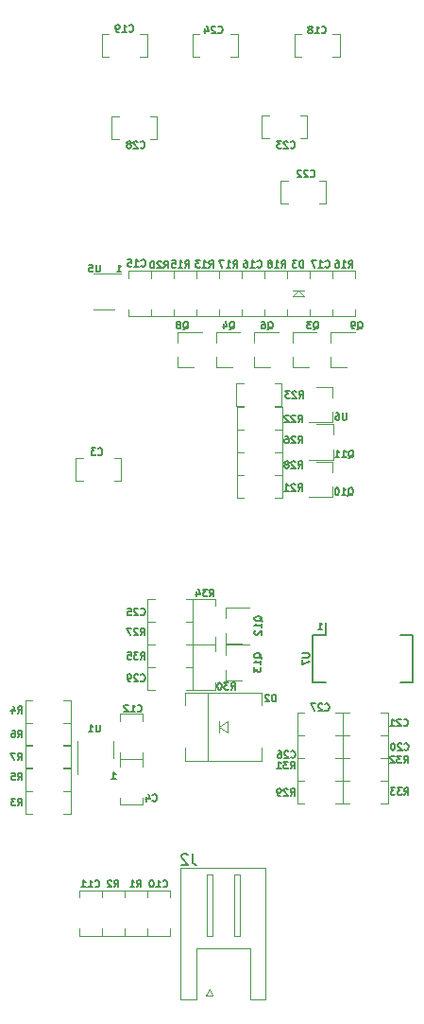
<source format=gbr>
G04 #@! TF.GenerationSoftware,KiCad,Pcbnew,(5.1.4)-1*
G04 #@! TF.CreationDate,2020-12-02T10:45:32+01:00*
G04 #@! TF.ProjectId,ESP32 - LP IoT,45535033-3220-42d2-904c-5020496f542e,rev?*
G04 #@! TF.SameCoordinates,Original*
G04 #@! TF.FileFunction,Legend,Bot*
G04 #@! TF.FilePolarity,Positive*
%FSLAX46Y46*%
G04 Gerber Fmt 4.6, Leading zero omitted, Abs format (unit mm)*
G04 Created by KiCad (PCBNEW (5.1.4)-1) date 2020-12-02 10:45:32*
%MOMM*%
%LPD*%
G04 APERTURE LIST*
%ADD10C,0.127000*%
%ADD11C,0.120000*%
%ADD12C,0.150000*%
G04 APERTURE END LIST*
D10*
X53920571Y-46769261D02*
X54283428Y-46769261D01*
X54102000Y-46769261D02*
X54102000Y-46134261D01*
X54162476Y-46224976D01*
X54222952Y-46285452D01*
X54283428Y-46315690D01*
X71954571Y-78773261D02*
X72317428Y-78773261D01*
X72136000Y-78773261D02*
X72136000Y-78138261D01*
X72196476Y-78228976D01*
X72256952Y-78289452D01*
X72317428Y-78319690D01*
X53476071Y-92171761D02*
X53838928Y-92171761D01*
X53657500Y-92171761D02*
X53657500Y-91536761D01*
X53717976Y-91627476D01*
X53778452Y-91687952D01*
X53838928Y-91718190D01*
D11*
X61099700Y-46672500D02*
X63131700Y-46672500D01*
X63131700Y-50736500D02*
X61099700Y-50736500D01*
X63131700Y-50736500D02*
X63131700Y-50101500D01*
X61099700Y-50736500D02*
X61099700Y-50101500D01*
X63131700Y-47307500D02*
X63131700Y-46672500D01*
X61099700Y-47307500D02*
X61099700Y-46672500D01*
D12*
X72631800Y-79306600D02*
X72631800Y-78181600D01*
X80471800Y-79306600D02*
X80471800Y-83456600D01*
X71521800Y-79306600D02*
X71521800Y-83456600D01*
X80471800Y-79306600D02*
X79361800Y-79306600D01*
X80471800Y-83456600D02*
X79361800Y-83456600D01*
X71521800Y-83456600D02*
X72631800Y-83456600D01*
X72631800Y-79306600D02*
X71521800Y-79306600D01*
D11*
X50241200Y-65430400D02*
X50241200Y-63398400D01*
X54305200Y-63398400D02*
X54305200Y-65430400D01*
X54305200Y-63398400D02*
X53670200Y-63398400D01*
X54305200Y-65430400D02*
X53670200Y-65430400D01*
X50876200Y-63398400D02*
X50241200Y-63398400D01*
X50876200Y-65430400D02*
X50241200Y-65430400D01*
X58674000Y-105537000D02*
X58674000Y-106172000D01*
X56642000Y-105537000D02*
X56642000Y-106172000D01*
X58674000Y-102108000D02*
X58674000Y-102743000D01*
X56642000Y-102108000D02*
X56642000Y-102743000D01*
X56642000Y-102108000D02*
X58674000Y-102108000D01*
X58674000Y-106172000D02*
X56642000Y-106172000D01*
X52578000Y-105537000D02*
X52578000Y-106172000D01*
X50546000Y-105537000D02*
X50546000Y-106172000D01*
X52578000Y-102108000D02*
X52578000Y-102743000D01*
X50546000Y-102108000D02*
X50546000Y-102743000D01*
X50546000Y-102108000D02*
X52578000Y-102108000D01*
X52578000Y-106172000D02*
X50546000Y-106172000D01*
X54940200Y-47320200D02*
X54940200Y-46685200D01*
X56972200Y-47320200D02*
X56972200Y-46685200D01*
X54940200Y-50749200D02*
X54940200Y-50114200D01*
X56972200Y-50749200D02*
X56972200Y-50114200D01*
X56972200Y-50749200D02*
X54940200Y-50749200D01*
X54940200Y-46685200D02*
X56972200Y-46685200D01*
X78257400Y-86207600D02*
X78257400Y-88239600D01*
X74193400Y-88239600D02*
X74193400Y-86207600D01*
X74193400Y-88239600D02*
X74828400Y-88239600D01*
X74193400Y-86207600D02*
X74828400Y-86207600D01*
X77622400Y-88239600D02*
X78257400Y-88239600D01*
X77622400Y-86207600D02*
X78257400Y-86207600D01*
X60744100Y-76009500D02*
X60744100Y-78041500D01*
X56680100Y-78041500D02*
X56680100Y-76009500D01*
X56680100Y-78041500D02*
X57315100Y-78041500D01*
X56680100Y-76009500D02*
X57315100Y-76009500D01*
X60109100Y-78041500D02*
X60744100Y-78041500D01*
X60109100Y-76009500D02*
X60744100Y-76009500D01*
X70764400Y-88239600D02*
X70129400Y-88239600D01*
X70764400Y-86207600D02*
X70129400Y-86207600D01*
X74193400Y-88239600D02*
X73558400Y-88239600D01*
X74193400Y-86207600D02*
X73558400Y-86207600D01*
X74193400Y-86207600D02*
X74193400Y-88239600D01*
X70129400Y-88239600D02*
X70129400Y-86207600D01*
X60109100Y-82105500D02*
X60744100Y-82105500D01*
X60109100Y-84137500D02*
X60744100Y-84137500D01*
X56680100Y-82105500D02*
X57315100Y-82105500D01*
X56680100Y-84137500D02*
X57315100Y-84137500D01*
X56680100Y-84137500D02*
X56680100Y-82105500D01*
X60744100Y-82105500D02*
X60744100Y-84137500D01*
X69674200Y-55301000D02*
X71134200Y-55301000D01*
X69674200Y-52141000D02*
X71834200Y-52141000D01*
X69674200Y-52141000D02*
X69674200Y-53071000D01*
X69674200Y-55301000D02*
X69674200Y-54371000D01*
X62816200Y-55301000D02*
X62816200Y-54371000D01*
X62816200Y-52141000D02*
X62816200Y-53071000D01*
X62816200Y-52141000D02*
X64976200Y-52141000D01*
X62816200Y-55301000D02*
X64276200Y-55301000D01*
X66245200Y-55301000D02*
X67705200Y-55301000D01*
X66245200Y-52141000D02*
X68405200Y-52141000D01*
X66245200Y-52141000D02*
X66245200Y-53071000D01*
X66245200Y-55301000D02*
X66245200Y-54371000D01*
X59387200Y-55301000D02*
X59387200Y-54371000D01*
X59387200Y-52141000D02*
X59387200Y-53071000D01*
X59387200Y-52141000D02*
X61547200Y-52141000D01*
X59387200Y-55301000D02*
X60847200Y-55301000D01*
X73103200Y-55301000D02*
X73103200Y-54371000D01*
X73103200Y-52141000D02*
X73103200Y-53071000D01*
X73103200Y-52141000D02*
X75263200Y-52141000D01*
X73103200Y-55301000D02*
X74563200Y-55301000D01*
X73277000Y-63748800D02*
X73277000Y-64678800D01*
X73277000Y-66908800D02*
X73277000Y-65978800D01*
X73277000Y-66908800D02*
X71117000Y-66908800D01*
X73277000Y-63748800D02*
X71817000Y-63748800D01*
X63667100Y-79989800D02*
X63667100Y-79059800D01*
X63667100Y-76829800D02*
X63667100Y-77759800D01*
X63667100Y-76829800D02*
X65827100Y-76829800D01*
X63667100Y-79989800D02*
X65127100Y-79989800D01*
X73311800Y-60411200D02*
X71851800Y-60411200D01*
X73311800Y-63571200D02*
X71151800Y-63571200D01*
X73311800Y-63571200D02*
X73311800Y-62641200D01*
X73311800Y-60411200D02*
X73311800Y-61341200D01*
X63683100Y-83289300D02*
X65143100Y-83289300D01*
X63683100Y-80129300D02*
X65843100Y-80129300D01*
X63683100Y-80129300D02*
X63683100Y-81059300D01*
X63683100Y-83289300D02*
X63683100Y-82359300D01*
X56642000Y-106172000D02*
X54610000Y-106172000D01*
X54610000Y-102108000D02*
X56642000Y-102108000D01*
X54610000Y-102108000D02*
X54610000Y-102743000D01*
X56642000Y-102108000D02*
X56642000Y-102743000D01*
X54610000Y-105537000D02*
X54610000Y-106172000D01*
X56642000Y-105537000D02*
X56642000Y-106172000D01*
X54610000Y-106172000D02*
X52578000Y-106172000D01*
X52578000Y-102108000D02*
X54610000Y-102108000D01*
X52578000Y-102108000D02*
X52578000Y-102743000D01*
X54610000Y-102108000D02*
X54610000Y-102743000D01*
X52578000Y-105537000D02*
X52578000Y-106172000D01*
X54610000Y-105537000D02*
X54610000Y-106172000D01*
X59067700Y-47307500D02*
X59067700Y-46672500D01*
X61099700Y-47307500D02*
X61099700Y-46672500D01*
X59067700Y-50736500D02*
X59067700Y-50101500D01*
X61099700Y-50736500D02*
X61099700Y-50101500D01*
X61099700Y-50736500D02*
X59067700Y-50736500D01*
X59067700Y-46672500D02*
X61099700Y-46672500D01*
X73291700Y-46672500D02*
X75323700Y-46672500D01*
X75323700Y-50736500D02*
X73291700Y-50736500D01*
X75323700Y-50736500D02*
X75323700Y-50101500D01*
X73291700Y-50736500D02*
X73291700Y-50101500D01*
X75323700Y-47307500D02*
X75323700Y-46672500D01*
X73291700Y-47307500D02*
X73291700Y-46672500D01*
X65163700Y-50101500D02*
X65163700Y-50736500D01*
X63131700Y-50101500D02*
X63131700Y-50736500D01*
X65163700Y-46672500D02*
X65163700Y-47307500D01*
X63131700Y-46672500D02*
X63131700Y-47307500D01*
X63131700Y-46672500D02*
X65163700Y-46672500D01*
X65163700Y-50736500D02*
X63131700Y-50736500D01*
X67195700Y-47307500D02*
X67195700Y-46672500D01*
X69227700Y-47307500D02*
X69227700Y-46672500D01*
X67195700Y-50736500D02*
X67195700Y-50101500D01*
X69227700Y-50736500D02*
X69227700Y-50101500D01*
X69227700Y-50736500D02*
X67195700Y-50736500D01*
X67195700Y-46672500D02*
X69227700Y-46672500D01*
X59029600Y-50114200D02*
X59029600Y-50749200D01*
X56997600Y-50114200D02*
X56997600Y-50749200D01*
X59029600Y-46685200D02*
X59029600Y-47320200D01*
X56997600Y-46685200D02*
X56997600Y-47320200D01*
X56997600Y-46685200D02*
X59029600Y-46685200D01*
X59029600Y-50749200D02*
X56997600Y-50749200D01*
X57315100Y-80073500D02*
X56680100Y-80073500D01*
X57315100Y-78041500D02*
X56680100Y-78041500D01*
X60744100Y-80073500D02*
X60109100Y-80073500D01*
X60744100Y-78041500D02*
X60109100Y-78041500D01*
X60744100Y-78041500D02*
X60744100Y-80073500D01*
X56680100Y-80073500D02*
X56680100Y-78041500D01*
X64693800Y-66979800D02*
X64693800Y-64947800D01*
X68757800Y-64947800D02*
X68757800Y-66979800D01*
X68757800Y-64947800D02*
X68122800Y-64947800D01*
X68757800Y-66979800D02*
X68122800Y-66979800D01*
X65328800Y-64947800D02*
X64693800Y-64947800D01*
X65328800Y-66979800D02*
X64693800Y-66979800D01*
X68122800Y-58851800D02*
X68757800Y-58851800D01*
X68122800Y-60883800D02*
X68757800Y-60883800D01*
X64693800Y-58851800D02*
X65328800Y-58851800D01*
X64693800Y-60883800D02*
X65328800Y-60883800D01*
X64693800Y-60883800D02*
X64693800Y-58851800D01*
X68757800Y-58851800D02*
X68757800Y-60883800D01*
X64668400Y-58801000D02*
X64668400Y-56769000D01*
X68732400Y-56769000D02*
X68732400Y-58801000D01*
X68732400Y-56769000D02*
X68097400Y-56769000D01*
X68732400Y-58801000D02*
X68097400Y-58801000D01*
X65303400Y-56769000D02*
X64668400Y-56769000D01*
X65303400Y-58801000D02*
X64668400Y-58801000D01*
X62788800Y-83515200D02*
X62788800Y-84150200D01*
X60756800Y-83515200D02*
X60756800Y-84150200D01*
X62788800Y-80086200D02*
X62788800Y-80721200D01*
X60756800Y-80086200D02*
X60756800Y-80721200D01*
X60756800Y-80086200D02*
X62788800Y-80086200D01*
X62788800Y-84150200D02*
X60756800Y-84150200D01*
X64693800Y-62915800D02*
X64693800Y-60883800D01*
X68757800Y-60883800D02*
X68757800Y-62915800D01*
X68757800Y-60883800D02*
X68122800Y-60883800D01*
X68757800Y-62915800D02*
X68122800Y-62915800D01*
X65328800Y-60883800D02*
X64693800Y-60883800D01*
X65328800Y-62915800D02*
X64693800Y-62915800D01*
X68122800Y-62915800D02*
X68757800Y-62915800D01*
X68122800Y-64947800D02*
X68757800Y-64947800D01*
X64693800Y-62915800D02*
X65328800Y-62915800D01*
X64693800Y-64947800D02*
X65328800Y-64947800D01*
X64693800Y-64947800D02*
X64693800Y-62915800D01*
X68757800Y-62915800D02*
X68757800Y-64947800D01*
X73558400Y-92303600D02*
X74193400Y-92303600D01*
X73558400Y-94335600D02*
X74193400Y-94335600D01*
X70129400Y-92303600D02*
X70764400Y-92303600D01*
X70129400Y-94335600D02*
X70764400Y-94335600D01*
X70129400Y-94335600D02*
X70129400Y-92303600D01*
X74193400Y-92303600D02*
X74193400Y-94335600D01*
X60744100Y-76009500D02*
X62776100Y-76009500D01*
X62776100Y-80073500D02*
X60744100Y-80073500D01*
X62776100Y-80073500D02*
X62776100Y-79438500D01*
X60744100Y-80073500D02*
X60744100Y-79438500D01*
X62776100Y-76644500D02*
X62776100Y-76009500D01*
X60744100Y-76644500D02*
X60744100Y-76009500D01*
X56680100Y-82105500D02*
X56680100Y-80073500D01*
X60744100Y-80073500D02*
X60744100Y-82105500D01*
X60744100Y-80073500D02*
X60109100Y-80073500D01*
X60744100Y-82105500D02*
X60109100Y-82105500D01*
X57315100Y-80073500D02*
X56680100Y-80073500D01*
X57315100Y-82105500D02*
X56680100Y-82105500D01*
X70129400Y-92303600D02*
X70129400Y-90271600D01*
X74193400Y-90271600D02*
X74193400Y-92303600D01*
X74193400Y-90271600D02*
X73558400Y-90271600D01*
X74193400Y-92303600D02*
X73558400Y-92303600D01*
X70764400Y-90271600D02*
X70129400Y-90271600D01*
X70764400Y-92303600D02*
X70129400Y-92303600D01*
X77622400Y-90271600D02*
X78257400Y-90271600D01*
X77622400Y-92303600D02*
X78257400Y-92303600D01*
X74193400Y-90271600D02*
X74828400Y-90271600D01*
X74193400Y-92303600D02*
X74828400Y-92303600D01*
X74193400Y-92303600D02*
X74193400Y-90271600D01*
X78257400Y-90271600D02*
X78257400Y-92303600D01*
X74828400Y-94335600D02*
X74193400Y-94335600D01*
X74828400Y-92303600D02*
X74193400Y-92303600D01*
X78257400Y-94335600D02*
X77622400Y-94335600D01*
X78257400Y-92303600D02*
X77622400Y-92303600D01*
X78257400Y-92303600D02*
X78257400Y-94335600D01*
X74193400Y-94335600D02*
X74193400Y-92303600D01*
X51881200Y-46954800D02*
X54331200Y-46954800D01*
X53681200Y-50174800D02*
X51881200Y-50174800D01*
X46355000Y-95250000D02*
X45720000Y-95250000D01*
X46355000Y-93218000D02*
X45720000Y-93218000D01*
X49784000Y-95250000D02*
X49149000Y-95250000D01*
X49784000Y-93218000D02*
X49149000Y-93218000D01*
X49784000Y-93218000D02*
X49784000Y-95250000D01*
X45720000Y-95250000D02*
X45720000Y-93218000D01*
X46355000Y-87122000D02*
X45720000Y-87122000D01*
X46355000Y-85090000D02*
X45720000Y-85090000D01*
X49784000Y-87122000D02*
X49149000Y-87122000D01*
X49784000Y-85090000D02*
X49149000Y-85090000D01*
X49784000Y-85090000D02*
X49784000Y-87122000D01*
X45720000Y-87122000D02*
X45720000Y-85090000D01*
X45720000Y-93218000D02*
X45720000Y-91186000D01*
X49784000Y-91186000D02*
X49784000Y-93218000D01*
X49784000Y-91186000D02*
X49149000Y-91186000D01*
X49784000Y-93218000D02*
X49149000Y-93218000D01*
X46355000Y-91186000D02*
X45720000Y-91186000D01*
X46355000Y-93218000D02*
X45720000Y-93218000D01*
X49784000Y-87122000D02*
X49784000Y-89154000D01*
X45720000Y-89154000D02*
X45720000Y-87122000D01*
X45720000Y-89154000D02*
X46355000Y-89154000D01*
X45720000Y-87122000D02*
X46355000Y-87122000D01*
X49149000Y-89154000D02*
X49784000Y-89154000D01*
X49149000Y-87122000D02*
X49784000Y-87122000D01*
X45720000Y-91160600D02*
X45720000Y-89128600D01*
X49784000Y-89128600D02*
X49784000Y-91160600D01*
X49784000Y-89128600D02*
X49149000Y-89128600D01*
X49784000Y-91160600D02*
X49149000Y-91160600D01*
X46355000Y-89128600D02*
X45720000Y-89128600D01*
X46355000Y-91160600D02*
X45720000Y-91160600D01*
X50396500Y-91733500D02*
X50396500Y-88733500D01*
X53616500Y-90233500D02*
X53616500Y-88733500D01*
X73914000Y-25527000D02*
X73914000Y-27559000D01*
X69850000Y-27559000D02*
X69850000Y-25527000D01*
X69850000Y-27559000D02*
X70485000Y-27559000D01*
X69850000Y-25527000D02*
X70485000Y-25527000D01*
X73279000Y-27559000D02*
X73914000Y-27559000D01*
X73279000Y-25527000D02*
X73914000Y-25527000D01*
X56642000Y-25527000D02*
X56642000Y-27559000D01*
X52578000Y-27559000D02*
X52578000Y-25527000D01*
X52578000Y-27559000D02*
X53213000Y-27559000D01*
X52578000Y-25527000D02*
X53213000Y-25527000D01*
X56007000Y-27559000D02*
X56642000Y-27559000D01*
X56007000Y-25527000D02*
X56642000Y-25527000D01*
X72072500Y-38608000D02*
X72707500Y-38608000D01*
X72072500Y-40640000D02*
X72707500Y-40640000D01*
X68643500Y-38608000D02*
X69278500Y-38608000D01*
X68643500Y-40640000D02*
X69278500Y-40640000D01*
X68643500Y-40640000D02*
X68643500Y-38608000D01*
X72707500Y-38608000D02*
X72707500Y-40640000D01*
X70993000Y-32766000D02*
X70993000Y-34798000D01*
X66929000Y-34798000D02*
X66929000Y-32766000D01*
X66929000Y-34798000D02*
X67564000Y-34798000D01*
X66929000Y-32766000D02*
X67564000Y-32766000D01*
X70358000Y-34798000D02*
X70993000Y-34798000D01*
X70358000Y-32766000D02*
X70993000Y-32766000D01*
X64135000Y-25527000D02*
X64770000Y-25527000D01*
X64135000Y-27559000D02*
X64770000Y-27559000D01*
X60706000Y-25527000D02*
X61341000Y-25527000D01*
X60706000Y-27559000D02*
X61341000Y-27559000D01*
X60706000Y-27559000D02*
X60706000Y-25527000D01*
X64770000Y-25527000D02*
X64770000Y-27559000D01*
X65163700Y-47307500D02*
X65163700Y-46672500D01*
X67195700Y-47307500D02*
X67195700Y-46672500D01*
X65163700Y-50736500D02*
X65163700Y-50101500D01*
X67195700Y-50736500D02*
X67195700Y-50101500D01*
X67195700Y-50736500D02*
X65163700Y-50736500D01*
X65163700Y-46672500D02*
X67195700Y-46672500D01*
X71259700Y-46672500D02*
X73291700Y-46672500D01*
X73291700Y-50736500D02*
X71259700Y-50736500D01*
X73291700Y-50736500D02*
X73291700Y-50101500D01*
X71259700Y-50736500D02*
X71259700Y-50101500D01*
X73291700Y-47307500D02*
X73291700Y-46672500D01*
X71259700Y-47307500D02*
X71259700Y-46672500D01*
X71259700Y-50736500D02*
X69227700Y-50736500D01*
X69227700Y-46672500D02*
X71259700Y-46672500D01*
X69227700Y-46672500D02*
X69227700Y-47307500D01*
X71259700Y-46672500D02*
X71259700Y-47307500D01*
X69227700Y-50101500D02*
X69227700Y-50736500D01*
X71259700Y-50101500D02*
X71259700Y-50736500D01*
X69735700Y-48450500D02*
X70751700Y-48450500D01*
X69735700Y-48958500D02*
X70243700Y-48450500D01*
X70243700Y-48450500D02*
X70751700Y-48958500D01*
X70751700Y-48958500D02*
X69735700Y-48958500D01*
X54229000Y-90360500D02*
X56261000Y-90360500D01*
X56261000Y-94424500D02*
X54229000Y-94424500D01*
X56261000Y-94424500D02*
X56261000Y-93789500D01*
X54229000Y-94424500D02*
X54229000Y-93789500D01*
X56261000Y-90995500D02*
X56261000Y-90360500D01*
X54229000Y-90995500D02*
X54229000Y-90360500D01*
X56261000Y-89725500D02*
X56261000Y-90360500D01*
X54229000Y-89725500D02*
X54229000Y-90360500D01*
X56261000Y-86296500D02*
X56261000Y-86931500D01*
X54229000Y-86296500D02*
X54229000Y-86931500D01*
X54229000Y-86296500D02*
X56261000Y-86296500D01*
X56261000Y-90360500D02*
X54229000Y-90360500D01*
X78257400Y-88239600D02*
X78257400Y-90271600D01*
X74193400Y-90271600D02*
X74193400Y-88239600D01*
X74193400Y-90271600D02*
X74828400Y-90271600D01*
X74193400Y-88239600D02*
X74828400Y-88239600D01*
X77622400Y-90271600D02*
X78257400Y-90271600D01*
X77622400Y-88239600D02*
X78257400Y-88239600D01*
X73558400Y-88239600D02*
X74193400Y-88239600D01*
X73558400Y-90271600D02*
X74193400Y-90271600D01*
X70129400Y-88239600D02*
X70764400Y-88239600D01*
X70129400Y-90271600D02*
X70764400Y-90271600D01*
X70129400Y-90271600D02*
X70129400Y-88239600D01*
X74193400Y-88239600D02*
X74193400Y-90271600D01*
X73277000Y-57094000D02*
X73277000Y-58024000D01*
X73277000Y-60254000D02*
X73277000Y-59324000D01*
X73277000Y-60254000D02*
X71117000Y-60254000D01*
X73277000Y-57094000D02*
X71817000Y-57094000D01*
X63480000Y-100100500D02*
X59670000Y-100100500D01*
X59670000Y-100100500D02*
X59670000Y-111820500D01*
X59670000Y-111820500D02*
X61090000Y-111820500D01*
X61090000Y-111820500D02*
X61090000Y-107320500D01*
X61090000Y-107320500D02*
X63480000Y-107320500D01*
X63480000Y-100100500D02*
X67290000Y-100100500D01*
X67290000Y-100100500D02*
X67290000Y-111820500D01*
X67290000Y-111820500D02*
X65870000Y-111820500D01*
X65870000Y-111820500D02*
X65870000Y-107320500D01*
X65870000Y-107320500D02*
X63480000Y-107320500D01*
X61980000Y-106210500D02*
X61980000Y-100710500D01*
X61980000Y-100710500D02*
X62480000Y-100710500D01*
X62480000Y-100710500D02*
X62480000Y-106210500D01*
X62480000Y-106210500D02*
X61980000Y-106210500D01*
X64480000Y-106210500D02*
X64480000Y-100710500D01*
X64480000Y-100710500D02*
X64980000Y-100710500D01*
X64980000Y-100710500D02*
X64980000Y-106210500D01*
X64980000Y-106210500D02*
X64480000Y-106210500D01*
X62230000Y-110910500D02*
X61930000Y-111510500D01*
X61930000Y-111510500D02*
X62530000Y-111510500D01*
X62530000Y-111510500D02*
X62230000Y-110910500D01*
X57531000Y-32893000D02*
X57531000Y-34925000D01*
X53467000Y-34925000D02*
X53467000Y-32893000D01*
X53467000Y-34925000D02*
X54102000Y-34925000D01*
X53467000Y-32893000D02*
X54102000Y-32893000D01*
X56896000Y-34925000D02*
X57531000Y-34925000D01*
X56896000Y-32893000D02*
X57531000Y-32893000D01*
X66873000Y-90525600D02*
X66873000Y-89382600D01*
X66873000Y-84429600D02*
X66873000Y-85572600D01*
X60015000Y-84429600D02*
X60015000Y-85572600D01*
X60015000Y-90525600D02*
X60015000Y-89382600D01*
X62047000Y-90525600D02*
X62047000Y-84429600D01*
X60015000Y-84429600D02*
X66873000Y-84429600D01*
X66873000Y-90525600D02*
X60015000Y-90525600D01*
X63063000Y-87477600D02*
X63825000Y-87985600D01*
X63825000Y-87985600D02*
X63825000Y-86969600D01*
X63825000Y-86969600D02*
X63063000Y-87477600D01*
X63063000Y-87985600D02*
X63063000Y-86969600D01*
D10*
X62206414Y-46388261D02*
X62418080Y-46085880D01*
X62569271Y-46388261D02*
X62569271Y-45753261D01*
X62327366Y-45753261D01*
X62266890Y-45783500D01*
X62236652Y-45813738D01*
X62206414Y-45874214D01*
X62206414Y-45964928D01*
X62236652Y-46025404D01*
X62266890Y-46055642D01*
X62327366Y-46085880D01*
X62569271Y-46085880D01*
X61601652Y-46388261D02*
X61964509Y-46388261D01*
X61783080Y-46388261D02*
X61783080Y-45753261D01*
X61843557Y-45843976D01*
X61904033Y-45904452D01*
X61964509Y-45934690D01*
X61389985Y-45753261D02*
X60996890Y-45753261D01*
X61208557Y-45995166D01*
X61117842Y-45995166D01*
X61057366Y-46025404D01*
X61027128Y-46055642D01*
X60996890Y-46116119D01*
X60996890Y-46267309D01*
X61027128Y-46327785D01*
X61057366Y-46358023D01*
X61117842Y-46388261D01*
X61299271Y-46388261D01*
X61359747Y-46358023D01*
X61389985Y-46327785D01*
X70569061Y-80897790D02*
X71083109Y-80897790D01*
X71143585Y-80928028D01*
X71173823Y-80958266D01*
X71204061Y-81018742D01*
X71204061Y-81139695D01*
X71173823Y-81200171D01*
X71143585Y-81230409D01*
X71083109Y-81260647D01*
X70569061Y-81260647D01*
X70569061Y-81502552D02*
X70569061Y-81925885D01*
X71204061Y-81653742D01*
X52252033Y-63117185D02*
X52282271Y-63147423D01*
X52372985Y-63177661D01*
X52433461Y-63177661D01*
X52524176Y-63147423D01*
X52584652Y-63086947D01*
X52614890Y-63026471D01*
X52645128Y-62905519D01*
X52645128Y-62814804D01*
X52614890Y-62693852D01*
X52584652Y-62633376D01*
X52524176Y-62572900D01*
X52433461Y-62542661D01*
X52372985Y-62542661D01*
X52282271Y-62572900D01*
X52252033Y-62603138D01*
X52040366Y-62542661D02*
X51647271Y-62542661D01*
X51858938Y-62784566D01*
X51768223Y-62784566D01*
X51707747Y-62814804D01*
X51677509Y-62845042D01*
X51647271Y-62905519D01*
X51647271Y-63056709D01*
X51677509Y-63117185D01*
X51707747Y-63147423D01*
X51768223Y-63177661D01*
X51949652Y-63177661D01*
X52010128Y-63147423D01*
X52040366Y-63117185D01*
X58066214Y-101763285D02*
X58096452Y-101793523D01*
X58187166Y-101823761D01*
X58247642Y-101823761D01*
X58338357Y-101793523D01*
X58398833Y-101733047D01*
X58429071Y-101672571D01*
X58459309Y-101551619D01*
X58459309Y-101460904D01*
X58429071Y-101339952D01*
X58398833Y-101279476D01*
X58338357Y-101219000D01*
X58247642Y-101188761D01*
X58187166Y-101188761D01*
X58096452Y-101219000D01*
X58066214Y-101249238D01*
X57461452Y-101823761D02*
X57824309Y-101823761D01*
X57642880Y-101823761D02*
X57642880Y-101188761D01*
X57703357Y-101279476D01*
X57763833Y-101339952D01*
X57824309Y-101370190D01*
X57068357Y-101188761D02*
X57007880Y-101188761D01*
X56947404Y-101219000D01*
X56917166Y-101249238D01*
X56886928Y-101309714D01*
X56856690Y-101430666D01*
X56856690Y-101581857D01*
X56886928Y-101702809D01*
X56917166Y-101763285D01*
X56947404Y-101793523D01*
X57007880Y-101823761D01*
X57068357Y-101823761D01*
X57128833Y-101793523D01*
X57159071Y-101763285D01*
X57189309Y-101702809D01*
X57219547Y-101581857D01*
X57219547Y-101430666D01*
X57189309Y-101309714D01*
X57159071Y-101249238D01*
X57128833Y-101219000D01*
X57068357Y-101188761D01*
X51970214Y-101763285D02*
X52000452Y-101793523D01*
X52091166Y-101823761D01*
X52151642Y-101823761D01*
X52242357Y-101793523D01*
X52302833Y-101733047D01*
X52333071Y-101672571D01*
X52363309Y-101551619D01*
X52363309Y-101460904D01*
X52333071Y-101339952D01*
X52302833Y-101279476D01*
X52242357Y-101219000D01*
X52151642Y-101188761D01*
X52091166Y-101188761D01*
X52000452Y-101219000D01*
X51970214Y-101249238D01*
X51365452Y-101823761D02*
X51728309Y-101823761D01*
X51546880Y-101823761D02*
X51546880Y-101188761D01*
X51607357Y-101279476D01*
X51667833Y-101339952D01*
X51728309Y-101370190D01*
X50760690Y-101823761D02*
X51123547Y-101823761D01*
X50942119Y-101823761D02*
X50942119Y-101188761D01*
X51002595Y-101279476D01*
X51063071Y-101339952D01*
X51123547Y-101370190D01*
X56110414Y-46251585D02*
X56140652Y-46281823D01*
X56231366Y-46312061D01*
X56291842Y-46312061D01*
X56382557Y-46281823D01*
X56443033Y-46221347D01*
X56473271Y-46160871D01*
X56503509Y-46039919D01*
X56503509Y-45949204D01*
X56473271Y-45828252D01*
X56443033Y-45767776D01*
X56382557Y-45707300D01*
X56291842Y-45677061D01*
X56231366Y-45677061D01*
X56140652Y-45707300D01*
X56110414Y-45737538D01*
X55505652Y-46312061D02*
X55868509Y-46312061D01*
X55687080Y-46312061D02*
X55687080Y-45677061D01*
X55747557Y-45767776D01*
X55808033Y-45828252D01*
X55868509Y-45858490D01*
X54931128Y-45677061D02*
X55233509Y-45677061D01*
X55263747Y-45979442D01*
X55233509Y-45949204D01*
X55173033Y-45918966D01*
X55021842Y-45918966D01*
X54961366Y-45949204D01*
X54931128Y-45979442D01*
X54900890Y-46039919D01*
X54900890Y-46191109D01*
X54931128Y-46251585D01*
X54961366Y-46281823D01*
X55021842Y-46312061D01*
X55173033Y-46312061D01*
X55233509Y-46281823D01*
X55263747Y-46251585D01*
X79656214Y-87348785D02*
X79686452Y-87379023D01*
X79777166Y-87409261D01*
X79837642Y-87409261D01*
X79928357Y-87379023D01*
X79988833Y-87318547D01*
X80019071Y-87258071D01*
X80049309Y-87137119D01*
X80049309Y-87046404D01*
X80019071Y-86925452D01*
X79988833Y-86864976D01*
X79928357Y-86804500D01*
X79837642Y-86774261D01*
X79777166Y-86774261D01*
X79686452Y-86804500D01*
X79656214Y-86834738D01*
X79414309Y-86834738D02*
X79384071Y-86804500D01*
X79323595Y-86774261D01*
X79172404Y-86774261D01*
X79111928Y-86804500D01*
X79081690Y-86834738D01*
X79051452Y-86895214D01*
X79051452Y-86955690D01*
X79081690Y-87046404D01*
X79444547Y-87409261D01*
X79051452Y-87409261D01*
X78446690Y-87409261D02*
X78809547Y-87409261D01*
X78628119Y-87409261D02*
X78628119Y-86774261D01*
X78688595Y-86864976D01*
X78749071Y-86925452D01*
X78809547Y-86955690D01*
X56072314Y-77442785D02*
X56102552Y-77473023D01*
X56193266Y-77503261D01*
X56253742Y-77503261D01*
X56344457Y-77473023D01*
X56404933Y-77412547D01*
X56435171Y-77352071D01*
X56465409Y-77231119D01*
X56465409Y-77140404D01*
X56435171Y-77019452D01*
X56404933Y-76958976D01*
X56344457Y-76898500D01*
X56253742Y-76868261D01*
X56193266Y-76868261D01*
X56102552Y-76898500D01*
X56072314Y-76928738D01*
X55830409Y-76928738D02*
X55800171Y-76898500D01*
X55739695Y-76868261D01*
X55588504Y-76868261D01*
X55528028Y-76898500D01*
X55497790Y-76928738D01*
X55467552Y-76989214D01*
X55467552Y-77049690D01*
X55497790Y-77140404D01*
X55860647Y-77503261D01*
X55467552Y-77503261D01*
X54893028Y-76868261D02*
X55195409Y-76868261D01*
X55225647Y-77170642D01*
X55195409Y-77140404D01*
X55134933Y-77110166D01*
X54983742Y-77110166D01*
X54923266Y-77140404D01*
X54893028Y-77170642D01*
X54862790Y-77231119D01*
X54862790Y-77382309D01*
X54893028Y-77442785D01*
X54923266Y-77473023D01*
X54983742Y-77503261D01*
X55134933Y-77503261D01*
X55195409Y-77473023D01*
X55225647Y-77442785D01*
X72595014Y-85977185D02*
X72625252Y-86007423D01*
X72715966Y-86037661D01*
X72776442Y-86037661D01*
X72867157Y-86007423D01*
X72927633Y-85946947D01*
X72957871Y-85886471D01*
X72988109Y-85765519D01*
X72988109Y-85674804D01*
X72957871Y-85553852D01*
X72927633Y-85493376D01*
X72867157Y-85432900D01*
X72776442Y-85402661D01*
X72715966Y-85402661D01*
X72625252Y-85432900D01*
X72595014Y-85463138D01*
X72353109Y-85463138D02*
X72322871Y-85432900D01*
X72262395Y-85402661D01*
X72111204Y-85402661D01*
X72050728Y-85432900D01*
X72020490Y-85463138D01*
X71990252Y-85523614D01*
X71990252Y-85584090D01*
X72020490Y-85674804D01*
X72383347Y-86037661D01*
X71990252Y-86037661D01*
X71778585Y-85402661D02*
X71355252Y-85402661D01*
X71627395Y-86037661D01*
X56072314Y-83348285D02*
X56102552Y-83378523D01*
X56193266Y-83408761D01*
X56253742Y-83408761D01*
X56344457Y-83378523D01*
X56404933Y-83318047D01*
X56435171Y-83257571D01*
X56465409Y-83136619D01*
X56465409Y-83045904D01*
X56435171Y-82924952D01*
X56404933Y-82864476D01*
X56344457Y-82804000D01*
X56253742Y-82773761D01*
X56193266Y-82773761D01*
X56102552Y-82804000D01*
X56072314Y-82834238D01*
X55830409Y-82834238D02*
X55800171Y-82804000D01*
X55739695Y-82773761D01*
X55588504Y-82773761D01*
X55528028Y-82804000D01*
X55497790Y-82834238D01*
X55467552Y-82894714D01*
X55467552Y-82955190D01*
X55497790Y-83045904D01*
X55860647Y-83408761D01*
X55467552Y-83408761D01*
X55165171Y-83408761D02*
X55044219Y-83408761D01*
X54983742Y-83378523D01*
X54953504Y-83348285D01*
X54893028Y-83257571D01*
X54862790Y-83136619D01*
X54862790Y-82894714D01*
X54893028Y-82834238D01*
X54923266Y-82804000D01*
X54983742Y-82773761D01*
X55104695Y-82773761D01*
X55165171Y-82804000D01*
X55195409Y-82834238D01*
X55225647Y-82894714D01*
X55225647Y-83045904D01*
X55195409Y-83106380D01*
X55165171Y-83136619D01*
X55104695Y-83166857D01*
X54983742Y-83166857D01*
X54923266Y-83136619D01*
X54893028Y-83106380D01*
X54862790Y-83045904D01*
X71561476Y-51909738D02*
X71621952Y-51879500D01*
X71682428Y-51819023D01*
X71773142Y-51728309D01*
X71833619Y-51698071D01*
X71894095Y-51698071D01*
X71863857Y-51849261D02*
X71924333Y-51819023D01*
X71984809Y-51758547D01*
X72015047Y-51637595D01*
X72015047Y-51425928D01*
X71984809Y-51304976D01*
X71924333Y-51244500D01*
X71863857Y-51214261D01*
X71742904Y-51214261D01*
X71682428Y-51244500D01*
X71621952Y-51304976D01*
X71591714Y-51425928D01*
X71591714Y-51637595D01*
X71621952Y-51758547D01*
X71682428Y-51819023D01*
X71742904Y-51849261D01*
X71863857Y-51849261D01*
X71380047Y-51214261D02*
X70986952Y-51214261D01*
X71198619Y-51456166D01*
X71107904Y-51456166D01*
X71047428Y-51486404D01*
X71017190Y-51516642D01*
X70986952Y-51577119D01*
X70986952Y-51728309D01*
X71017190Y-51788785D01*
X71047428Y-51819023D01*
X71107904Y-51849261D01*
X71289333Y-51849261D01*
X71349809Y-51819023D01*
X71380047Y-51788785D01*
X64017676Y-51909738D02*
X64078152Y-51879500D01*
X64138628Y-51819023D01*
X64229342Y-51728309D01*
X64289819Y-51698071D01*
X64350295Y-51698071D01*
X64320057Y-51849261D02*
X64380533Y-51819023D01*
X64441009Y-51758547D01*
X64471247Y-51637595D01*
X64471247Y-51425928D01*
X64441009Y-51304976D01*
X64380533Y-51244500D01*
X64320057Y-51214261D01*
X64199104Y-51214261D01*
X64138628Y-51244500D01*
X64078152Y-51304976D01*
X64047914Y-51425928D01*
X64047914Y-51637595D01*
X64078152Y-51758547D01*
X64138628Y-51819023D01*
X64199104Y-51849261D01*
X64320057Y-51849261D01*
X63503628Y-51425928D02*
X63503628Y-51849261D01*
X63654819Y-51184023D02*
X63806009Y-51637595D01*
X63412914Y-51637595D01*
X67446676Y-51909738D02*
X67507152Y-51879500D01*
X67567628Y-51819023D01*
X67658342Y-51728309D01*
X67718819Y-51698071D01*
X67779295Y-51698071D01*
X67749057Y-51849261D02*
X67809533Y-51819023D01*
X67870009Y-51758547D01*
X67900247Y-51637595D01*
X67900247Y-51425928D01*
X67870009Y-51304976D01*
X67809533Y-51244500D01*
X67749057Y-51214261D01*
X67628104Y-51214261D01*
X67567628Y-51244500D01*
X67507152Y-51304976D01*
X67476914Y-51425928D01*
X67476914Y-51637595D01*
X67507152Y-51758547D01*
X67567628Y-51819023D01*
X67628104Y-51849261D01*
X67749057Y-51849261D01*
X66932628Y-51214261D02*
X67053580Y-51214261D01*
X67114057Y-51244500D01*
X67144295Y-51274738D01*
X67204771Y-51365452D01*
X67235009Y-51486404D01*
X67235009Y-51728309D01*
X67204771Y-51788785D01*
X67174533Y-51819023D01*
X67114057Y-51849261D01*
X66993104Y-51849261D01*
X66932628Y-51819023D01*
X66902390Y-51788785D01*
X66872152Y-51728309D01*
X66872152Y-51577119D01*
X66902390Y-51516642D01*
X66932628Y-51486404D01*
X66993104Y-51456166D01*
X67114057Y-51456166D01*
X67174533Y-51486404D01*
X67204771Y-51516642D01*
X67235009Y-51577119D01*
X59877476Y-51909738D02*
X59937952Y-51879500D01*
X59998428Y-51819023D01*
X60089142Y-51728309D01*
X60149619Y-51698071D01*
X60210095Y-51698071D01*
X60179857Y-51849261D02*
X60240333Y-51819023D01*
X60300809Y-51758547D01*
X60331047Y-51637595D01*
X60331047Y-51425928D01*
X60300809Y-51304976D01*
X60240333Y-51244500D01*
X60179857Y-51214261D01*
X60058904Y-51214261D01*
X59998428Y-51244500D01*
X59937952Y-51304976D01*
X59907714Y-51425928D01*
X59907714Y-51637595D01*
X59937952Y-51758547D01*
X59998428Y-51819023D01*
X60058904Y-51849261D01*
X60179857Y-51849261D01*
X59544857Y-51486404D02*
X59605333Y-51456166D01*
X59635571Y-51425928D01*
X59665809Y-51365452D01*
X59665809Y-51335214D01*
X59635571Y-51274738D01*
X59605333Y-51244500D01*
X59544857Y-51214261D01*
X59423904Y-51214261D01*
X59363428Y-51244500D01*
X59333190Y-51274738D01*
X59302952Y-51335214D01*
X59302952Y-51365452D01*
X59333190Y-51425928D01*
X59363428Y-51456166D01*
X59423904Y-51486404D01*
X59544857Y-51486404D01*
X59605333Y-51516642D01*
X59635571Y-51546880D01*
X59665809Y-51607357D01*
X59665809Y-51728309D01*
X59635571Y-51788785D01*
X59605333Y-51819023D01*
X59544857Y-51849261D01*
X59423904Y-51849261D01*
X59363428Y-51819023D01*
X59333190Y-51788785D01*
X59302952Y-51728309D01*
X59302952Y-51607357D01*
X59333190Y-51546880D01*
X59363428Y-51516642D01*
X59423904Y-51486404D01*
X75498476Y-51909738D02*
X75558952Y-51879500D01*
X75619428Y-51819023D01*
X75710142Y-51728309D01*
X75770619Y-51698071D01*
X75831095Y-51698071D01*
X75800857Y-51849261D02*
X75861333Y-51819023D01*
X75921809Y-51758547D01*
X75952047Y-51637595D01*
X75952047Y-51425928D01*
X75921809Y-51304976D01*
X75861333Y-51244500D01*
X75800857Y-51214261D01*
X75679904Y-51214261D01*
X75619428Y-51244500D01*
X75558952Y-51304976D01*
X75528714Y-51425928D01*
X75528714Y-51637595D01*
X75558952Y-51758547D01*
X75619428Y-51819023D01*
X75679904Y-51849261D01*
X75800857Y-51849261D01*
X75226333Y-51849261D02*
X75105380Y-51849261D01*
X75044904Y-51819023D01*
X75014666Y-51788785D01*
X74954190Y-51698071D01*
X74923952Y-51577119D01*
X74923952Y-51335214D01*
X74954190Y-51274738D01*
X74984428Y-51244500D01*
X75044904Y-51214261D01*
X75165857Y-51214261D01*
X75226333Y-51244500D01*
X75256571Y-51274738D01*
X75286809Y-51335214D01*
X75286809Y-51486404D01*
X75256571Y-51546880D01*
X75226333Y-51577119D01*
X75165857Y-51607357D01*
X75044904Y-51607357D01*
X74984428Y-51577119D01*
X74954190Y-51546880D01*
X74923952Y-51486404D01*
X74657857Y-66794138D02*
X74718333Y-66763900D01*
X74778809Y-66703423D01*
X74869523Y-66612709D01*
X74930000Y-66582471D01*
X74990476Y-66582471D01*
X74960238Y-66733661D02*
X75020714Y-66703423D01*
X75081190Y-66642947D01*
X75111428Y-66521995D01*
X75111428Y-66310328D01*
X75081190Y-66189376D01*
X75020714Y-66128900D01*
X74960238Y-66098661D01*
X74839285Y-66098661D01*
X74778809Y-66128900D01*
X74718333Y-66189376D01*
X74688095Y-66310328D01*
X74688095Y-66521995D01*
X74718333Y-66642947D01*
X74778809Y-66703423D01*
X74839285Y-66733661D01*
X74960238Y-66733661D01*
X74083333Y-66733661D02*
X74446190Y-66733661D01*
X74264761Y-66733661D02*
X74264761Y-66098661D01*
X74325238Y-66189376D01*
X74385714Y-66249852D01*
X74446190Y-66280090D01*
X73690238Y-66098661D02*
X73629761Y-66098661D01*
X73569285Y-66128900D01*
X73539047Y-66159138D01*
X73508809Y-66219614D01*
X73478571Y-66340566D01*
X73478571Y-66491757D01*
X73508809Y-66612709D01*
X73539047Y-66673185D01*
X73569285Y-66703423D01*
X73629761Y-66733661D01*
X73690238Y-66733661D01*
X73750714Y-66703423D01*
X73780952Y-66673185D01*
X73811190Y-66612709D01*
X73841428Y-66491757D01*
X73841428Y-66340566D01*
X73811190Y-66219614D01*
X73780952Y-66159138D01*
X73750714Y-66128900D01*
X73690238Y-66098661D01*
X66971938Y-78046942D02*
X66941700Y-77986466D01*
X66881223Y-77925990D01*
X66790509Y-77835276D01*
X66760271Y-77774800D01*
X66760271Y-77714323D01*
X66911461Y-77744561D02*
X66881223Y-77684085D01*
X66820747Y-77623609D01*
X66699795Y-77593371D01*
X66488128Y-77593371D01*
X66367176Y-77623609D01*
X66306700Y-77684085D01*
X66276461Y-77744561D01*
X66276461Y-77865514D01*
X66306700Y-77925990D01*
X66367176Y-77986466D01*
X66488128Y-78016704D01*
X66699795Y-78016704D01*
X66820747Y-77986466D01*
X66881223Y-77925990D01*
X66911461Y-77865514D01*
X66911461Y-77744561D01*
X66911461Y-78621466D02*
X66911461Y-78258609D01*
X66911461Y-78440038D02*
X66276461Y-78440038D01*
X66367176Y-78379561D01*
X66427652Y-78319085D01*
X66457890Y-78258609D01*
X66336938Y-78863371D02*
X66306700Y-78893609D01*
X66276461Y-78954085D01*
X66276461Y-79105276D01*
X66306700Y-79165752D01*
X66336938Y-79195990D01*
X66397414Y-79226228D01*
X66457890Y-79226228D01*
X66548604Y-79195990D01*
X66911461Y-78833133D01*
X66911461Y-79226228D01*
X74708657Y-63420938D02*
X74769133Y-63390700D01*
X74829609Y-63330223D01*
X74920323Y-63239509D01*
X74980800Y-63209271D01*
X75041276Y-63209271D01*
X75011038Y-63360461D02*
X75071514Y-63330223D01*
X75131990Y-63269747D01*
X75162228Y-63148795D01*
X75162228Y-62937128D01*
X75131990Y-62816176D01*
X75071514Y-62755700D01*
X75011038Y-62725461D01*
X74890085Y-62725461D01*
X74829609Y-62755700D01*
X74769133Y-62816176D01*
X74738895Y-62937128D01*
X74738895Y-63148795D01*
X74769133Y-63269747D01*
X74829609Y-63330223D01*
X74890085Y-63360461D01*
X75011038Y-63360461D01*
X74134133Y-63360461D02*
X74496990Y-63360461D01*
X74315561Y-63360461D02*
X74315561Y-62725461D01*
X74376038Y-62816176D01*
X74436514Y-62876652D01*
X74496990Y-62906890D01*
X73529371Y-63360461D02*
X73892228Y-63360461D01*
X73710800Y-63360461D02*
X73710800Y-62725461D01*
X73771276Y-62816176D01*
X73831752Y-62876652D01*
X73892228Y-62906890D01*
X66921138Y-81348942D02*
X66890900Y-81288466D01*
X66830423Y-81227990D01*
X66739709Y-81137276D01*
X66709471Y-81076800D01*
X66709471Y-81016323D01*
X66860661Y-81046561D02*
X66830423Y-80986085D01*
X66769947Y-80925609D01*
X66648995Y-80895371D01*
X66437328Y-80895371D01*
X66316376Y-80925609D01*
X66255900Y-80986085D01*
X66225661Y-81046561D01*
X66225661Y-81167514D01*
X66255900Y-81227990D01*
X66316376Y-81288466D01*
X66437328Y-81318704D01*
X66648995Y-81318704D01*
X66769947Y-81288466D01*
X66830423Y-81227990D01*
X66860661Y-81167514D01*
X66860661Y-81046561D01*
X66860661Y-81923466D02*
X66860661Y-81560609D01*
X66860661Y-81742038D02*
X66225661Y-81742038D01*
X66316376Y-81681561D01*
X66376852Y-81621085D01*
X66407090Y-81560609D01*
X66225661Y-82135133D02*
X66225661Y-82528228D01*
X66467566Y-82316561D01*
X66467566Y-82407276D01*
X66497804Y-82467752D01*
X66528042Y-82497990D01*
X66588519Y-82528228D01*
X66739709Y-82528228D01*
X66800185Y-82497990D01*
X66830423Y-82467752D01*
X66860661Y-82407276D01*
X66860661Y-82225847D01*
X66830423Y-82165371D01*
X66800185Y-82135133D01*
X55731833Y-101823761D02*
X55943500Y-101521380D01*
X56094690Y-101823761D02*
X56094690Y-101188761D01*
X55852785Y-101188761D01*
X55792309Y-101219000D01*
X55762071Y-101249238D01*
X55731833Y-101309714D01*
X55731833Y-101400428D01*
X55762071Y-101460904D01*
X55792309Y-101491142D01*
X55852785Y-101521380D01*
X56094690Y-101521380D01*
X55127071Y-101823761D02*
X55489928Y-101823761D01*
X55308500Y-101823761D02*
X55308500Y-101188761D01*
X55368976Y-101279476D01*
X55429452Y-101339952D01*
X55489928Y-101370190D01*
X53699833Y-101823761D02*
X53911500Y-101521380D01*
X54062690Y-101823761D02*
X54062690Y-101188761D01*
X53820785Y-101188761D01*
X53760309Y-101219000D01*
X53730071Y-101249238D01*
X53699833Y-101309714D01*
X53699833Y-101400428D01*
X53730071Y-101460904D01*
X53760309Y-101491142D01*
X53820785Y-101521380D01*
X54062690Y-101521380D01*
X53457928Y-101249238D02*
X53427690Y-101219000D01*
X53367214Y-101188761D01*
X53216023Y-101188761D01*
X53155547Y-101219000D01*
X53125309Y-101249238D01*
X53095071Y-101309714D01*
X53095071Y-101370190D01*
X53125309Y-101460904D01*
X53488166Y-101823761D01*
X53095071Y-101823761D01*
X60047414Y-46388261D02*
X60259080Y-46085880D01*
X60410271Y-46388261D02*
X60410271Y-45753261D01*
X60168366Y-45753261D01*
X60107890Y-45783500D01*
X60077652Y-45813738D01*
X60047414Y-45874214D01*
X60047414Y-45964928D01*
X60077652Y-46025404D01*
X60107890Y-46055642D01*
X60168366Y-46085880D01*
X60410271Y-46085880D01*
X59442652Y-46388261D02*
X59805509Y-46388261D01*
X59624080Y-46388261D02*
X59624080Y-45753261D01*
X59684557Y-45843976D01*
X59745033Y-45904452D01*
X59805509Y-45934690D01*
X58868128Y-45753261D02*
X59170509Y-45753261D01*
X59200747Y-46055642D01*
X59170509Y-46025404D01*
X59110033Y-45995166D01*
X58958842Y-45995166D01*
X58898366Y-46025404D01*
X58868128Y-46055642D01*
X58837890Y-46116119D01*
X58837890Y-46267309D01*
X58868128Y-46327785D01*
X58898366Y-46358023D01*
X58958842Y-46388261D01*
X59110033Y-46388261D01*
X59170509Y-46358023D01*
X59200747Y-46327785D01*
X74715914Y-46388261D02*
X74927580Y-46085880D01*
X75078771Y-46388261D02*
X75078771Y-45753261D01*
X74836866Y-45753261D01*
X74776390Y-45783500D01*
X74746152Y-45813738D01*
X74715914Y-45874214D01*
X74715914Y-45964928D01*
X74746152Y-46025404D01*
X74776390Y-46055642D01*
X74836866Y-46085880D01*
X75078771Y-46085880D01*
X74111152Y-46388261D02*
X74474009Y-46388261D01*
X74292580Y-46388261D02*
X74292580Y-45753261D01*
X74353057Y-45843976D01*
X74413533Y-45904452D01*
X74474009Y-45934690D01*
X73566866Y-45753261D02*
X73687819Y-45753261D01*
X73748295Y-45783500D01*
X73778533Y-45813738D01*
X73839009Y-45904452D01*
X73869247Y-46025404D01*
X73869247Y-46267309D01*
X73839009Y-46327785D01*
X73808771Y-46358023D01*
X73748295Y-46388261D01*
X73627342Y-46388261D01*
X73566866Y-46358023D01*
X73536628Y-46327785D01*
X73506390Y-46267309D01*
X73506390Y-46116119D01*
X73536628Y-46055642D01*
X73566866Y-46025404D01*
X73627342Y-45995166D01*
X73748295Y-45995166D01*
X73808771Y-46025404D01*
X73839009Y-46055642D01*
X73869247Y-46116119D01*
X64365414Y-46388261D02*
X64577080Y-46085880D01*
X64728271Y-46388261D02*
X64728271Y-45753261D01*
X64486366Y-45753261D01*
X64425890Y-45783500D01*
X64395652Y-45813738D01*
X64365414Y-45874214D01*
X64365414Y-45964928D01*
X64395652Y-46025404D01*
X64425890Y-46055642D01*
X64486366Y-46085880D01*
X64728271Y-46085880D01*
X63760652Y-46388261D02*
X64123509Y-46388261D01*
X63942080Y-46388261D02*
X63942080Y-45753261D01*
X64002557Y-45843976D01*
X64063033Y-45904452D01*
X64123509Y-45934690D01*
X63548985Y-45753261D02*
X63125652Y-45753261D01*
X63397795Y-46388261D01*
X68683414Y-46388261D02*
X68895080Y-46085880D01*
X69046271Y-46388261D02*
X69046271Y-45753261D01*
X68804366Y-45753261D01*
X68743890Y-45783500D01*
X68713652Y-45813738D01*
X68683414Y-45874214D01*
X68683414Y-45964928D01*
X68713652Y-46025404D01*
X68743890Y-46055642D01*
X68804366Y-46085880D01*
X69046271Y-46085880D01*
X68078652Y-46388261D02*
X68441509Y-46388261D01*
X68260080Y-46388261D02*
X68260080Y-45753261D01*
X68320557Y-45843976D01*
X68381033Y-45904452D01*
X68441509Y-45934690D01*
X67715795Y-46025404D02*
X67776271Y-45995166D01*
X67806509Y-45964928D01*
X67836747Y-45904452D01*
X67836747Y-45874214D01*
X67806509Y-45813738D01*
X67776271Y-45783500D01*
X67715795Y-45753261D01*
X67594842Y-45753261D01*
X67534366Y-45783500D01*
X67504128Y-45813738D01*
X67473890Y-45874214D01*
X67473890Y-45904452D01*
X67504128Y-45964928D01*
X67534366Y-45995166D01*
X67594842Y-46025404D01*
X67715795Y-46025404D01*
X67776271Y-46055642D01*
X67806509Y-46085880D01*
X67836747Y-46146357D01*
X67836747Y-46267309D01*
X67806509Y-46327785D01*
X67776271Y-46358023D01*
X67715795Y-46388261D01*
X67594842Y-46388261D01*
X67534366Y-46358023D01*
X67504128Y-46327785D01*
X67473890Y-46267309D01*
X67473890Y-46146357D01*
X67504128Y-46085880D01*
X67534366Y-46055642D01*
X67594842Y-46025404D01*
X58142414Y-46439061D02*
X58354080Y-46136680D01*
X58505271Y-46439061D02*
X58505271Y-45804061D01*
X58263366Y-45804061D01*
X58202890Y-45834300D01*
X58172652Y-45864538D01*
X58142414Y-45925014D01*
X58142414Y-46015728D01*
X58172652Y-46076204D01*
X58202890Y-46106442D01*
X58263366Y-46136680D01*
X58505271Y-46136680D01*
X57900509Y-45864538D02*
X57870271Y-45834300D01*
X57809795Y-45804061D01*
X57658604Y-45804061D01*
X57598128Y-45834300D01*
X57567890Y-45864538D01*
X57537652Y-45925014D01*
X57537652Y-45985490D01*
X57567890Y-46076204D01*
X57930747Y-46439061D01*
X57537652Y-46439061D01*
X57144557Y-45804061D02*
X57084080Y-45804061D01*
X57023604Y-45834300D01*
X56993366Y-45864538D01*
X56963128Y-45925014D01*
X56932890Y-46045966D01*
X56932890Y-46197157D01*
X56963128Y-46318109D01*
X56993366Y-46378585D01*
X57023604Y-46408823D01*
X57084080Y-46439061D01*
X57144557Y-46439061D01*
X57205033Y-46408823D01*
X57235271Y-46378585D01*
X57265509Y-46318109D01*
X57295747Y-46197157D01*
X57295747Y-46045966D01*
X57265509Y-45925014D01*
X57235271Y-45864538D01*
X57205033Y-45834300D01*
X57144557Y-45804061D01*
X56072314Y-79281261D02*
X56283980Y-78978880D01*
X56435171Y-79281261D02*
X56435171Y-78646261D01*
X56193266Y-78646261D01*
X56132790Y-78676500D01*
X56102552Y-78706738D01*
X56072314Y-78767214D01*
X56072314Y-78857928D01*
X56102552Y-78918404D01*
X56132790Y-78948642D01*
X56193266Y-78978880D01*
X56435171Y-78978880D01*
X55830409Y-78706738D02*
X55800171Y-78676500D01*
X55739695Y-78646261D01*
X55588504Y-78646261D01*
X55528028Y-78676500D01*
X55497790Y-78706738D01*
X55467552Y-78767214D01*
X55467552Y-78827690D01*
X55497790Y-78918404D01*
X55860647Y-79281261D01*
X55467552Y-79281261D01*
X55255885Y-78646261D02*
X54832552Y-78646261D01*
X55104695Y-79281261D01*
X70182014Y-66378061D02*
X70393680Y-66075680D01*
X70544871Y-66378061D02*
X70544871Y-65743061D01*
X70302966Y-65743061D01*
X70242490Y-65773300D01*
X70212252Y-65803538D01*
X70182014Y-65864014D01*
X70182014Y-65954728D01*
X70212252Y-66015204D01*
X70242490Y-66045442D01*
X70302966Y-66075680D01*
X70544871Y-66075680D01*
X69940109Y-65803538D02*
X69909871Y-65773300D01*
X69849395Y-65743061D01*
X69698204Y-65743061D01*
X69637728Y-65773300D01*
X69607490Y-65803538D01*
X69577252Y-65864014D01*
X69577252Y-65924490D01*
X69607490Y-66015204D01*
X69970347Y-66378061D01*
X69577252Y-66378061D01*
X68972490Y-66378061D02*
X69335347Y-66378061D01*
X69153919Y-66378061D02*
X69153919Y-65743061D01*
X69214395Y-65833776D01*
X69274871Y-65894252D01*
X69335347Y-65924490D01*
X70182014Y-60231261D02*
X70393680Y-59928880D01*
X70544871Y-60231261D02*
X70544871Y-59596261D01*
X70302966Y-59596261D01*
X70242490Y-59626500D01*
X70212252Y-59656738D01*
X70182014Y-59717214D01*
X70182014Y-59807928D01*
X70212252Y-59868404D01*
X70242490Y-59898642D01*
X70302966Y-59928880D01*
X70544871Y-59928880D01*
X69940109Y-59656738D02*
X69909871Y-59626500D01*
X69849395Y-59596261D01*
X69698204Y-59596261D01*
X69637728Y-59626500D01*
X69607490Y-59656738D01*
X69577252Y-59717214D01*
X69577252Y-59777690D01*
X69607490Y-59868404D01*
X69970347Y-60231261D01*
X69577252Y-60231261D01*
X69335347Y-59656738D02*
X69305109Y-59626500D01*
X69244633Y-59596261D01*
X69093442Y-59596261D01*
X69032966Y-59626500D01*
X69002728Y-59656738D01*
X68972490Y-59717214D01*
X68972490Y-59777690D01*
X69002728Y-59868404D01*
X69365585Y-60231261D01*
X68972490Y-60231261D01*
X70258214Y-58072261D02*
X70469880Y-57769880D01*
X70621071Y-58072261D02*
X70621071Y-57437261D01*
X70379166Y-57437261D01*
X70318690Y-57467500D01*
X70288452Y-57497738D01*
X70258214Y-57558214D01*
X70258214Y-57648928D01*
X70288452Y-57709404D01*
X70318690Y-57739642D01*
X70379166Y-57769880D01*
X70621071Y-57769880D01*
X70016309Y-57497738D02*
X69986071Y-57467500D01*
X69925595Y-57437261D01*
X69774404Y-57437261D01*
X69713928Y-57467500D01*
X69683690Y-57497738D01*
X69653452Y-57558214D01*
X69653452Y-57618690D01*
X69683690Y-57709404D01*
X70046547Y-58072261D01*
X69653452Y-58072261D01*
X69441785Y-57437261D02*
X69048690Y-57437261D01*
X69260357Y-57679166D01*
X69169642Y-57679166D01*
X69109166Y-57709404D01*
X69078928Y-57739642D01*
X69048690Y-57800119D01*
X69048690Y-57951309D01*
X69078928Y-58011785D01*
X69109166Y-58042023D01*
X69169642Y-58072261D01*
X69351071Y-58072261D01*
X69411547Y-58042023D01*
X69441785Y-58011785D01*
X64162214Y-84158061D02*
X64373880Y-83855680D01*
X64525071Y-84158061D02*
X64525071Y-83523061D01*
X64283166Y-83523061D01*
X64222690Y-83553300D01*
X64192452Y-83583538D01*
X64162214Y-83644014D01*
X64162214Y-83734728D01*
X64192452Y-83795204D01*
X64222690Y-83825442D01*
X64283166Y-83855680D01*
X64525071Y-83855680D01*
X63950547Y-83523061D02*
X63557452Y-83523061D01*
X63769119Y-83764966D01*
X63678404Y-83764966D01*
X63617928Y-83795204D01*
X63587690Y-83825442D01*
X63557452Y-83885919D01*
X63557452Y-84037109D01*
X63587690Y-84097585D01*
X63617928Y-84127823D01*
X63678404Y-84158061D01*
X63859833Y-84158061D01*
X63920309Y-84127823D01*
X63950547Y-84097585D01*
X63164357Y-83523061D02*
X63103880Y-83523061D01*
X63043404Y-83553300D01*
X63013166Y-83583538D01*
X62982928Y-83644014D01*
X62952690Y-83764966D01*
X62952690Y-83916157D01*
X62982928Y-84037109D01*
X63013166Y-84097585D01*
X63043404Y-84127823D01*
X63103880Y-84158061D01*
X63164357Y-84158061D01*
X63224833Y-84127823D01*
X63255071Y-84097585D01*
X63285309Y-84037109D01*
X63315547Y-83916157D01*
X63315547Y-83764966D01*
X63285309Y-83644014D01*
X63255071Y-83583538D01*
X63224833Y-83553300D01*
X63164357Y-83523061D01*
X70182014Y-62110861D02*
X70393680Y-61808480D01*
X70544871Y-62110861D02*
X70544871Y-61475861D01*
X70302966Y-61475861D01*
X70242490Y-61506100D01*
X70212252Y-61536338D01*
X70182014Y-61596814D01*
X70182014Y-61687528D01*
X70212252Y-61748004D01*
X70242490Y-61778242D01*
X70302966Y-61808480D01*
X70544871Y-61808480D01*
X69940109Y-61536338D02*
X69909871Y-61506100D01*
X69849395Y-61475861D01*
X69698204Y-61475861D01*
X69637728Y-61506100D01*
X69607490Y-61536338D01*
X69577252Y-61596814D01*
X69577252Y-61657290D01*
X69607490Y-61748004D01*
X69970347Y-62110861D01*
X69577252Y-62110861D01*
X69032966Y-61475861D02*
X69153919Y-61475861D01*
X69214395Y-61506100D01*
X69244633Y-61536338D01*
X69305109Y-61627052D01*
X69335347Y-61748004D01*
X69335347Y-61989909D01*
X69305109Y-62050385D01*
X69274871Y-62080623D01*
X69214395Y-62110861D01*
X69093442Y-62110861D01*
X69032966Y-62080623D01*
X69002728Y-62050385D01*
X68972490Y-61989909D01*
X68972490Y-61838719D01*
X69002728Y-61778242D01*
X69032966Y-61748004D01*
X69093442Y-61717766D01*
X69214395Y-61717766D01*
X69274871Y-61748004D01*
X69305109Y-61778242D01*
X69335347Y-61838719D01*
X70182014Y-64346061D02*
X70393680Y-64043680D01*
X70544871Y-64346061D02*
X70544871Y-63711061D01*
X70302966Y-63711061D01*
X70242490Y-63741300D01*
X70212252Y-63771538D01*
X70182014Y-63832014D01*
X70182014Y-63922728D01*
X70212252Y-63983204D01*
X70242490Y-64013442D01*
X70302966Y-64043680D01*
X70544871Y-64043680D01*
X69940109Y-63771538D02*
X69909871Y-63741300D01*
X69849395Y-63711061D01*
X69698204Y-63711061D01*
X69637728Y-63741300D01*
X69607490Y-63771538D01*
X69577252Y-63832014D01*
X69577252Y-63892490D01*
X69607490Y-63983204D01*
X69970347Y-64346061D01*
X69577252Y-64346061D01*
X69214395Y-63983204D02*
X69274871Y-63952966D01*
X69305109Y-63922728D01*
X69335347Y-63862252D01*
X69335347Y-63832014D01*
X69305109Y-63771538D01*
X69274871Y-63741300D01*
X69214395Y-63711061D01*
X69093442Y-63711061D01*
X69032966Y-63741300D01*
X69002728Y-63771538D01*
X68972490Y-63832014D01*
X68972490Y-63862252D01*
X69002728Y-63922728D01*
X69032966Y-63952966D01*
X69093442Y-63983204D01*
X69214395Y-63983204D01*
X69274871Y-64013442D01*
X69305109Y-64043680D01*
X69335347Y-64104157D01*
X69335347Y-64225109D01*
X69305109Y-64285585D01*
X69274871Y-64315823D01*
X69214395Y-64346061D01*
X69093442Y-64346061D01*
X69032966Y-64315823D01*
X69002728Y-64285585D01*
X68972490Y-64225109D01*
X68972490Y-64104157D01*
X69002728Y-64043680D01*
X69032966Y-64013442D01*
X69093442Y-63983204D01*
X69496214Y-93632261D02*
X69707880Y-93329880D01*
X69859071Y-93632261D02*
X69859071Y-92997261D01*
X69617166Y-92997261D01*
X69556690Y-93027500D01*
X69526452Y-93057738D01*
X69496214Y-93118214D01*
X69496214Y-93208928D01*
X69526452Y-93269404D01*
X69556690Y-93299642D01*
X69617166Y-93329880D01*
X69859071Y-93329880D01*
X69254309Y-93057738D02*
X69224071Y-93027500D01*
X69163595Y-92997261D01*
X69012404Y-92997261D01*
X68951928Y-93027500D01*
X68921690Y-93057738D01*
X68891452Y-93118214D01*
X68891452Y-93178690D01*
X68921690Y-93269404D01*
X69284547Y-93632261D01*
X68891452Y-93632261D01*
X68589071Y-93632261D02*
X68468119Y-93632261D01*
X68407642Y-93602023D01*
X68377404Y-93571785D01*
X68316928Y-93481071D01*
X68286690Y-93360119D01*
X68286690Y-93118214D01*
X68316928Y-93057738D01*
X68347166Y-93027500D01*
X68407642Y-92997261D01*
X68528595Y-92997261D01*
X68589071Y-93027500D01*
X68619309Y-93057738D01*
X68649547Y-93118214D01*
X68649547Y-93269404D01*
X68619309Y-93329880D01*
X68589071Y-93360119D01*
X68528595Y-93390357D01*
X68407642Y-93390357D01*
X68347166Y-93360119D01*
X68316928Y-93329880D01*
X68286690Y-93269404D01*
X62257214Y-75801461D02*
X62468880Y-75499080D01*
X62620071Y-75801461D02*
X62620071Y-75166461D01*
X62378166Y-75166461D01*
X62317690Y-75196700D01*
X62287452Y-75226938D01*
X62257214Y-75287414D01*
X62257214Y-75378128D01*
X62287452Y-75438604D01*
X62317690Y-75468842D01*
X62378166Y-75499080D01*
X62620071Y-75499080D01*
X62045547Y-75166461D02*
X61652452Y-75166461D01*
X61864119Y-75408366D01*
X61773404Y-75408366D01*
X61712928Y-75438604D01*
X61682690Y-75468842D01*
X61652452Y-75529319D01*
X61652452Y-75680509D01*
X61682690Y-75740985D01*
X61712928Y-75771223D01*
X61773404Y-75801461D01*
X61954833Y-75801461D01*
X62015309Y-75771223D01*
X62045547Y-75740985D01*
X61108166Y-75378128D02*
X61108166Y-75801461D01*
X61259357Y-75136223D02*
X61410547Y-75589795D01*
X61017452Y-75589795D01*
X56072314Y-81440261D02*
X56283980Y-81137880D01*
X56435171Y-81440261D02*
X56435171Y-80805261D01*
X56193266Y-80805261D01*
X56132790Y-80835500D01*
X56102552Y-80865738D01*
X56072314Y-80926214D01*
X56072314Y-81016928D01*
X56102552Y-81077404D01*
X56132790Y-81107642D01*
X56193266Y-81137880D01*
X56435171Y-81137880D01*
X55860647Y-80805261D02*
X55467552Y-80805261D01*
X55679219Y-81047166D01*
X55588504Y-81047166D01*
X55528028Y-81077404D01*
X55497790Y-81107642D01*
X55467552Y-81168119D01*
X55467552Y-81319309D01*
X55497790Y-81379785D01*
X55528028Y-81410023D01*
X55588504Y-81440261D01*
X55769933Y-81440261D01*
X55830409Y-81410023D01*
X55860647Y-81379785D01*
X54893028Y-80805261D02*
X55195409Y-80805261D01*
X55225647Y-81107642D01*
X55195409Y-81077404D01*
X55134933Y-81047166D01*
X54983742Y-81047166D01*
X54923266Y-81077404D01*
X54893028Y-81107642D01*
X54862790Y-81168119D01*
X54862790Y-81319309D01*
X54893028Y-81379785D01*
X54923266Y-81410023D01*
X54983742Y-81440261D01*
X55134933Y-81440261D01*
X55195409Y-81410023D01*
X55225647Y-81379785D01*
X69496214Y-91219261D02*
X69707880Y-90916880D01*
X69859071Y-91219261D02*
X69859071Y-90584261D01*
X69617166Y-90584261D01*
X69556690Y-90614500D01*
X69526452Y-90644738D01*
X69496214Y-90705214D01*
X69496214Y-90795928D01*
X69526452Y-90856404D01*
X69556690Y-90886642D01*
X69617166Y-90916880D01*
X69859071Y-90916880D01*
X69284547Y-90584261D02*
X68891452Y-90584261D01*
X69103119Y-90826166D01*
X69012404Y-90826166D01*
X68951928Y-90856404D01*
X68921690Y-90886642D01*
X68891452Y-90947119D01*
X68891452Y-91098309D01*
X68921690Y-91158785D01*
X68951928Y-91189023D01*
X69012404Y-91219261D01*
X69193833Y-91219261D01*
X69254309Y-91189023D01*
X69284547Y-91158785D01*
X68286690Y-91219261D02*
X68649547Y-91219261D01*
X68468119Y-91219261D02*
X68468119Y-90584261D01*
X68528595Y-90674976D01*
X68589071Y-90735452D01*
X68649547Y-90765690D01*
X79656214Y-90711261D02*
X79867880Y-90408880D01*
X80019071Y-90711261D02*
X80019071Y-90076261D01*
X79777166Y-90076261D01*
X79716690Y-90106500D01*
X79686452Y-90136738D01*
X79656214Y-90197214D01*
X79656214Y-90287928D01*
X79686452Y-90348404D01*
X79716690Y-90378642D01*
X79777166Y-90408880D01*
X80019071Y-90408880D01*
X79444547Y-90076261D02*
X79051452Y-90076261D01*
X79263119Y-90318166D01*
X79172404Y-90318166D01*
X79111928Y-90348404D01*
X79081690Y-90378642D01*
X79051452Y-90439119D01*
X79051452Y-90590309D01*
X79081690Y-90650785D01*
X79111928Y-90681023D01*
X79172404Y-90711261D01*
X79353833Y-90711261D01*
X79414309Y-90681023D01*
X79444547Y-90650785D01*
X78809547Y-90136738D02*
X78779309Y-90106500D01*
X78718833Y-90076261D01*
X78567642Y-90076261D01*
X78507166Y-90106500D01*
X78476928Y-90136738D01*
X78446690Y-90197214D01*
X78446690Y-90257690D01*
X78476928Y-90348404D01*
X78839785Y-90711261D01*
X78446690Y-90711261D01*
X79707014Y-93556061D02*
X79918680Y-93253680D01*
X80069871Y-93556061D02*
X80069871Y-92921061D01*
X79827966Y-92921061D01*
X79767490Y-92951300D01*
X79737252Y-92981538D01*
X79707014Y-93042014D01*
X79707014Y-93132728D01*
X79737252Y-93193204D01*
X79767490Y-93223442D01*
X79827966Y-93253680D01*
X80069871Y-93253680D01*
X79495347Y-92921061D02*
X79102252Y-92921061D01*
X79313919Y-93162966D01*
X79223204Y-93162966D01*
X79162728Y-93193204D01*
X79132490Y-93223442D01*
X79102252Y-93283919D01*
X79102252Y-93435109D01*
X79132490Y-93495585D01*
X79162728Y-93525823D01*
X79223204Y-93556061D01*
X79404633Y-93556061D01*
X79465109Y-93525823D01*
X79495347Y-93495585D01*
X78890585Y-92921061D02*
X78497490Y-92921061D01*
X78709157Y-93162966D01*
X78618442Y-93162966D01*
X78557966Y-93193204D01*
X78527728Y-93223442D01*
X78497490Y-93283919D01*
X78497490Y-93435109D01*
X78527728Y-93495585D01*
X78557966Y-93525823D01*
X78618442Y-93556061D01*
X78799871Y-93556061D01*
X78860347Y-93525823D01*
X78890585Y-93495585D01*
X52426809Y-46134261D02*
X52426809Y-46648309D01*
X52396571Y-46708785D01*
X52366333Y-46739023D01*
X52305857Y-46769261D01*
X52184904Y-46769261D01*
X52124428Y-46739023D01*
X52094190Y-46708785D01*
X52063952Y-46648309D01*
X52063952Y-46134261D01*
X51459190Y-46134261D02*
X51761571Y-46134261D01*
X51791809Y-46436642D01*
X51761571Y-46406404D01*
X51701095Y-46376166D01*
X51549904Y-46376166D01*
X51489428Y-46406404D01*
X51459190Y-46436642D01*
X51428952Y-46497119D01*
X51428952Y-46648309D01*
X51459190Y-46708785D01*
X51489428Y-46739023D01*
X51549904Y-46769261D01*
X51701095Y-46769261D01*
X51761571Y-46739023D01*
X51791809Y-46708785D01*
X45063833Y-94521261D02*
X45275500Y-94218880D01*
X45426690Y-94521261D02*
X45426690Y-93886261D01*
X45184785Y-93886261D01*
X45124309Y-93916500D01*
X45094071Y-93946738D01*
X45063833Y-94007214D01*
X45063833Y-94097928D01*
X45094071Y-94158404D01*
X45124309Y-94188642D01*
X45184785Y-94218880D01*
X45426690Y-94218880D01*
X44852166Y-93886261D02*
X44459071Y-93886261D01*
X44670738Y-94128166D01*
X44580023Y-94128166D01*
X44519547Y-94158404D01*
X44489309Y-94188642D01*
X44459071Y-94249119D01*
X44459071Y-94400309D01*
X44489309Y-94460785D01*
X44519547Y-94491023D01*
X44580023Y-94521261D01*
X44761452Y-94521261D01*
X44821928Y-94491023D01*
X44852166Y-94460785D01*
X45063833Y-86266261D02*
X45275500Y-85963880D01*
X45426690Y-86266261D02*
X45426690Y-85631261D01*
X45184785Y-85631261D01*
X45124309Y-85661500D01*
X45094071Y-85691738D01*
X45063833Y-85752214D01*
X45063833Y-85842928D01*
X45094071Y-85903404D01*
X45124309Y-85933642D01*
X45184785Y-85963880D01*
X45426690Y-85963880D01*
X44519547Y-85842928D02*
X44519547Y-86266261D01*
X44670738Y-85601023D02*
X44821928Y-86054595D01*
X44428833Y-86054595D01*
X45063833Y-92235261D02*
X45275500Y-91932880D01*
X45426690Y-92235261D02*
X45426690Y-91600261D01*
X45184785Y-91600261D01*
X45124309Y-91630500D01*
X45094071Y-91660738D01*
X45063833Y-91721214D01*
X45063833Y-91811928D01*
X45094071Y-91872404D01*
X45124309Y-91902642D01*
X45184785Y-91932880D01*
X45426690Y-91932880D01*
X44489309Y-91600261D02*
X44791690Y-91600261D01*
X44821928Y-91902642D01*
X44791690Y-91872404D01*
X44731214Y-91842166D01*
X44580023Y-91842166D01*
X44519547Y-91872404D01*
X44489309Y-91902642D01*
X44459071Y-91963119D01*
X44459071Y-92114309D01*
X44489309Y-92174785D01*
X44519547Y-92205023D01*
X44580023Y-92235261D01*
X44731214Y-92235261D01*
X44791690Y-92205023D01*
X44821928Y-92174785D01*
X45063833Y-88425261D02*
X45275500Y-88122880D01*
X45426690Y-88425261D02*
X45426690Y-87790261D01*
X45184785Y-87790261D01*
X45124309Y-87820500D01*
X45094071Y-87850738D01*
X45063833Y-87911214D01*
X45063833Y-88001928D01*
X45094071Y-88062404D01*
X45124309Y-88092642D01*
X45184785Y-88122880D01*
X45426690Y-88122880D01*
X44519547Y-87790261D02*
X44640500Y-87790261D01*
X44700976Y-87820500D01*
X44731214Y-87850738D01*
X44791690Y-87941452D01*
X44821928Y-88062404D01*
X44821928Y-88304309D01*
X44791690Y-88364785D01*
X44761452Y-88395023D01*
X44700976Y-88425261D01*
X44580023Y-88425261D01*
X44519547Y-88395023D01*
X44489309Y-88364785D01*
X44459071Y-88304309D01*
X44459071Y-88153119D01*
X44489309Y-88092642D01*
X44519547Y-88062404D01*
X44580023Y-88032166D01*
X44700976Y-88032166D01*
X44761452Y-88062404D01*
X44791690Y-88092642D01*
X44821928Y-88153119D01*
X45063833Y-90457261D02*
X45275500Y-90154880D01*
X45426690Y-90457261D02*
X45426690Y-89822261D01*
X45184785Y-89822261D01*
X45124309Y-89852500D01*
X45094071Y-89882738D01*
X45063833Y-89943214D01*
X45063833Y-90033928D01*
X45094071Y-90094404D01*
X45124309Y-90124642D01*
X45184785Y-90154880D01*
X45426690Y-90154880D01*
X44852166Y-89822261D02*
X44428833Y-89822261D01*
X44700976Y-90457261D01*
X52426809Y-87282261D02*
X52426809Y-87796309D01*
X52396571Y-87856785D01*
X52366333Y-87887023D01*
X52305857Y-87917261D01*
X52184904Y-87917261D01*
X52124428Y-87887023D01*
X52094190Y-87856785D01*
X52063952Y-87796309D01*
X52063952Y-87282261D01*
X51428952Y-87917261D02*
X51791809Y-87917261D01*
X51610380Y-87917261D02*
X51610380Y-87282261D01*
X51670857Y-87372976D01*
X51731333Y-87433452D01*
X51791809Y-87463690D01*
X72290214Y-25372785D02*
X72320452Y-25403023D01*
X72411166Y-25433261D01*
X72471642Y-25433261D01*
X72562357Y-25403023D01*
X72622833Y-25342547D01*
X72653071Y-25282071D01*
X72683309Y-25161119D01*
X72683309Y-25070404D01*
X72653071Y-24949452D01*
X72622833Y-24888976D01*
X72562357Y-24828500D01*
X72471642Y-24798261D01*
X72411166Y-24798261D01*
X72320452Y-24828500D01*
X72290214Y-24858738D01*
X71685452Y-25433261D02*
X72048309Y-25433261D01*
X71866880Y-25433261D02*
X71866880Y-24798261D01*
X71927357Y-24888976D01*
X71987833Y-24949452D01*
X72048309Y-24979690D01*
X71322595Y-25070404D02*
X71383071Y-25040166D01*
X71413309Y-25009928D01*
X71443547Y-24949452D01*
X71443547Y-24919214D01*
X71413309Y-24858738D01*
X71383071Y-24828500D01*
X71322595Y-24798261D01*
X71201642Y-24798261D01*
X71141166Y-24828500D01*
X71110928Y-24858738D01*
X71080690Y-24919214D01*
X71080690Y-24949452D01*
X71110928Y-25009928D01*
X71141166Y-25040166D01*
X71201642Y-25070404D01*
X71322595Y-25070404D01*
X71383071Y-25100642D01*
X71413309Y-25130880D01*
X71443547Y-25191357D01*
X71443547Y-25312309D01*
X71413309Y-25372785D01*
X71383071Y-25403023D01*
X71322595Y-25433261D01*
X71201642Y-25433261D01*
X71141166Y-25403023D01*
X71110928Y-25372785D01*
X71080690Y-25312309D01*
X71080690Y-25191357D01*
X71110928Y-25130880D01*
X71141166Y-25100642D01*
X71201642Y-25070404D01*
X55018214Y-25245785D02*
X55048452Y-25276023D01*
X55139166Y-25306261D01*
X55199642Y-25306261D01*
X55290357Y-25276023D01*
X55350833Y-25215547D01*
X55381071Y-25155071D01*
X55411309Y-25034119D01*
X55411309Y-24943404D01*
X55381071Y-24822452D01*
X55350833Y-24761976D01*
X55290357Y-24701500D01*
X55199642Y-24671261D01*
X55139166Y-24671261D01*
X55048452Y-24701500D01*
X55018214Y-24731738D01*
X54413452Y-25306261D02*
X54776309Y-25306261D01*
X54594880Y-25306261D02*
X54594880Y-24671261D01*
X54655357Y-24761976D01*
X54715833Y-24822452D01*
X54776309Y-24852690D01*
X54111071Y-25306261D02*
X53990119Y-25306261D01*
X53929642Y-25276023D01*
X53899404Y-25245785D01*
X53838928Y-25155071D01*
X53808690Y-25034119D01*
X53808690Y-24792214D01*
X53838928Y-24731738D01*
X53869166Y-24701500D01*
X53929642Y-24671261D01*
X54050595Y-24671261D01*
X54111071Y-24701500D01*
X54141309Y-24731738D01*
X54171547Y-24792214D01*
X54171547Y-24943404D01*
X54141309Y-25003880D01*
X54111071Y-25034119D01*
X54050595Y-25064357D01*
X53929642Y-25064357D01*
X53869166Y-25034119D01*
X53838928Y-25003880D01*
X53808690Y-24943404D01*
X71299614Y-38237885D02*
X71329852Y-38268123D01*
X71420566Y-38298361D01*
X71481042Y-38298361D01*
X71571757Y-38268123D01*
X71632233Y-38207647D01*
X71662471Y-38147171D01*
X71692709Y-38026219D01*
X71692709Y-37935504D01*
X71662471Y-37814552D01*
X71632233Y-37754076D01*
X71571757Y-37693600D01*
X71481042Y-37663361D01*
X71420566Y-37663361D01*
X71329852Y-37693600D01*
X71299614Y-37723838D01*
X71057709Y-37723838D02*
X71027471Y-37693600D01*
X70966995Y-37663361D01*
X70815804Y-37663361D01*
X70755328Y-37693600D01*
X70725090Y-37723838D01*
X70694852Y-37784314D01*
X70694852Y-37844790D01*
X70725090Y-37935504D01*
X71087947Y-38298361D01*
X70694852Y-38298361D01*
X70452947Y-37723838D02*
X70422709Y-37693600D01*
X70362233Y-37663361D01*
X70211042Y-37663361D01*
X70150566Y-37693600D01*
X70120328Y-37723838D01*
X70090090Y-37784314D01*
X70090090Y-37844790D01*
X70120328Y-37935504D01*
X70483185Y-38298361D01*
X70090090Y-38298361D01*
X69496214Y-35659785D02*
X69526452Y-35690023D01*
X69617166Y-35720261D01*
X69677642Y-35720261D01*
X69768357Y-35690023D01*
X69828833Y-35629547D01*
X69859071Y-35569071D01*
X69889309Y-35448119D01*
X69889309Y-35357404D01*
X69859071Y-35236452D01*
X69828833Y-35175976D01*
X69768357Y-35115500D01*
X69677642Y-35085261D01*
X69617166Y-35085261D01*
X69526452Y-35115500D01*
X69496214Y-35145738D01*
X69254309Y-35145738D02*
X69224071Y-35115500D01*
X69163595Y-35085261D01*
X69012404Y-35085261D01*
X68951928Y-35115500D01*
X68921690Y-35145738D01*
X68891452Y-35206214D01*
X68891452Y-35266690D01*
X68921690Y-35357404D01*
X69284547Y-35720261D01*
X68891452Y-35720261D01*
X68679785Y-35085261D02*
X68286690Y-35085261D01*
X68498357Y-35327166D01*
X68407642Y-35327166D01*
X68347166Y-35357404D01*
X68316928Y-35387642D01*
X68286690Y-35448119D01*
X68286690Y-35599309D01*
X68316928Y-35659785D01*
X68347166Y-35690023D01*
X68407642Y-35720261D01*
X68589071Y-35720261D01*
X68649547Y-35690023D01*
X68679785Y-35659785D01*
X63019214Y-25372785D02*
X63049452Y-25403023D01*
X63140166Y-25433261D01*
X63200642Y-25433261D01*
X63291357Y-25403023D01*
X63351833Y-25342547D01*
X63382071Y-25282071D01*
X63412309Y-25161119D01*
X63412309Y-25070404D01*
X63382071Y-24949452D01*
X63351833Y-24888976D01*
X63291357Y-24828500D01*
X63200642Y-24798261D01*
X63140166Y-24798261D01*
X63049452Y-24828500D01*
X63019214Y-24858738D01*
X62777309Y-24858738D02*
X62747071Y-24828500D01*
X62686595Y-24798261D01*
X62535404Y-24798261D01*
X62474928Y-24828500D01*
X62444690Y-24858738D01*
X62414452Y-24919214D01*
X62414452Y-24979690D01*
X62444690Y-25070404D01*
X62807547Y-25433261D01*
X62414452Y-25433261D01*
X61870166Y-25009928D02*
X61870166Y-25433261D01*
X62021357Y-24768023D02*
X62172547Y-25221595D01*
X61779452Y-25221595D01*
X66524414Y-46327785D02*
X66554652Y-46358023D01*
X66645366Y-46388261D01*
X66705842Y-46388261D01*
X66796557Y-46358023D01*
X66857033Y-46297547D01*
X66887271Y-46237071D01*
X66917509Y-46116119D01*
X66917509Y-46025404D01*
X66887271Y-45904452D01*
X66857033Y-45843976D01*
X66796557Y-45783500D01*
X66705842Y-45753261D01*
X66645366Y-45753261D01*
X66554652Y-45783500D01*
X66524414Y-45813738D01*
X65919652Y-46388261D02*
X66282509Y-46388261D01*
X66101080Y-46388261D02*
X66101080Y-45753261D01*
X66161557Y-45843976D01*
X66222033Y-45904452D01*
X66282509Y-45934690D01*
X65375366Y-45753261D02*
X65496319Y-45753261D01*
X65556795Y-45783500D01*
X65587033Y-45813738D01*
X65647509Y-45904452D01*
X65677747Y-46025404D01*
X65677747Y-46267309D01*
X65647509Y-46327785D01*
X65617271Y-46358023D01*
X65556795Y-46388261D01*
X65435842Y-46388261D01*
X65375366Y-46358023D01*
X65345128Y-46327785D01*
X65314890Y-46267309D01*
X65314890Y-46116119D01*
X65345128Y-46055642D01*
X65375366Y-46025404D01*
X65435842Y-45995166D01*
X65556795Y-45995166D01*
X65617271Y-46025404D01*
X65647509Y-46055642D01*
X65677747Y-46116119D01*
X72620414Y-46327785D02*
X72650652Y-46358023D01*
X72741366Y-46388261D01*
X72801842Y-46388261D01*
X72892557Y-46358023D01*
X72953033Y-46297547D01*
X72983271Y-46237071D01*
X73013509Y-46116119D01*
X73013509Y-46025404D01*
X72983271Y-45904452D01*
X72953033Y-45843976D01*
X72892557Y-45783500D01*
X72801842Y-45753261D01*
X72741366Y-45753261D01*
X72650652Y-45783500D01*
X72620414Y-45813738D01*
X72015652Y-46388261D02*
X72378509Y-46388261D01*
X72197080Y-46388261D02*
X72197080Y-45753261D01*
X72257557Y-45843976D01*
X72318033Y-45904452D01*
X72378509Y-45934690D01*
X71803985Y-45753261D02*
X71380652Y-45753261D01*
X71652795Y-46388261D01*
X70648890Y-46388261D02*
X70648890Y-45753261D01*
X70497700Y-45753261D01*
X70406985Y-45783500D01*
X70346509Y-45843976D01*
X70316271Y-45904452D01*
X70286033Y-46025404D01*
X70286033Y-46116119D01*
X70316271Y-46237071D01*
X70346509Y-46297547D01*
X70406985Y-46358023D01*
X70497700Y-46388261D01*
X70648890Y-46388261D01*
X70074366Y-45753261D02*
X69681271Y-45753261D01*
X69892938Y-45995166D01*
X69802223Y-45995166D01*
X69741747Y-46025404D01*
X69711509Y-46055642D01*
X69681271Y-46116119D01*
X69681271Y-46267309D01*
X69711509Y-46327785D01*
X69741747Y-46358023D01*
X69802223Y-46388261D01*
X69983652Y-46388261D01*
X70044128Y-46358023D01*
X70074366Y-46327785D01*
X57128833Y-94079785D02*
X57159071Y-94110023D01*
X57249785Y-94140261D01*
X57310261Y-94140261D01*
X57400976Y-94110023D01*
X57461452Y-94049547D01*
X57491690Y-93989071D01*
X57521928Y-93868119D01*
X57521928Y-93777404D01*
X57491690Y-93656452D01*
X57461452Y-93595976D01*
X57400976Y-93535500D01*
X57310261Y-93505261D01*
X57249785Y-93505261D01*
X57159071Y-93535500D01*
X57128833Y-93565738D01*
X56584547Y-93716928D02*
X56584547Y-94140261D01*
X56735738Y-93475023D02*
X56886928Y-93928595D01*
X56493833Y-93928595D01*
X55780214Y-86078785D02*
X55810452Y-86109023D01*
X55901166Y-86139261D01*
X55961642Y-86139261D01*
X56052357Y-86109023D01*
X56112833Y-86048547D01*
X56143071Y-85988071D01*
X56173309Y-85867119D01*
X56173309Y-85776404D01*
X56143071Y-85655452D01*
X56112833Y-85594976D01*
X56052357Y-85534500D01*
X55961642Y-85504261D01*
X55901166Y-85504261D01*
X55810452Y-85534500D01*
X55780214Y-85564738D01*
X55175452Y-86139261D02*
X55538309Y-86139261D01*
X55356880Y-86139261D02*
X55356880Y-85504261D01*
X55417357Y-85594976D01*
X55477833Y-85655452D01*
X55538309Y-85685690D01*
X54933547Y-85564738D02*
X54903309Y-85534500D01*
X54842833Y-85504261D01*
X54691642Y-85504261D01*
X54631166Y-85534500D01*
X54600928Y-85564738D01*
X54570690Y-85625214D01*
X54570690Y-85685690D01*
X54600928Y-85776404D01*
X54963785Y-86139261D01*
X54570690Y-86139261D01*
X79707014Y-89507785D02*
X79737252Y-89538023D01*
X79827966Y-89568261D01*
X79888442Y-89568261D01*
X79979157Y-89538023D01*
X80039633Y-89477547D01*
X80069871Y-89417071D01*
X80100109Y-89296119D01*
X80100109Y-89205404D01*
X80069871Y-89084452D01*
X80039633Y-89023976D01*
X79979157Y-88963500D01*
X79888442Y-88933261D01*
X79827966Y-88933261D01*
X79737252Y-88963500D01*
X79707014Y-88993738D01*
X79465109Y-88993738D02*
X79434871Y-88963500D01*
X79374395Y-88933261D01*
X79223204Y-88933261D01*
X79162728Y-88963500D01*
X79132490Y-88993738D01*
X79102252Y-89054214D01*
X79102252Y-89114690D01*
X79132490Y-89205404D01*
X79495347Y-89568261D01*
X79102252Y-89568261D01*
X78709157Y-88933261D02*
X78648680Y-88933261D01*
X78588204Y-88963500D01*
X78557966Y-88993738D01*
X78527728Y-89054214D01*
X78497490Y-89175166D01*
X78497490Y-89326357D01*
X78527728Y-89447309D01*
X78557966Y-89507785D01*
X78588204Y-89538023D01*
X78648680Y-89568261D01*
X78709157Y-89568261D01*
X78769633Y-89538023D01*
X78799871Y-89507785D01*
X78830109Y-89447309D01*
X78860347Y-89326357D01*
X78860347Y-89175166D01*
X78830109Y-89054214D01*
X78799871Y-88993738D01*
X78769633Y-88963500D01*
X78709157Y-88933261D01*
X69547014Y-90193585D02*
X69577252Y-90223823D01*
X69667966Y-90254061D01*
X69728442Y-90254061D01*
X69819157Y-90223823D01*
X69879633Y-90163347D01*
X69909871Y-90102871D01*
X69940109Y-89981919D01*
X69940109Y-89891204D01*
X69909871Y-89770252D01*
X69879633Y-89709776D01*
X69819157Y-89649300D01*
X69728442Y-89619061D01*
X69667966Y-89619061D01*
X69577252Y-89649300D01*
X69547014Y-89679538D01*
X69305109Y-89679538D02*
X69274871Y-89649300D01*
X69214395Y-89619061D01*
X69063204Y-89619061D01*
X69002728Y-89649300D01*
X68972490Y-89679538D01*
X68942252Y-89740014D01*
X68942252Y-89800490D01*
X68972490Y-89891204D01*
X69335347Y-90254061D01*
X68942252Y-90254061D01*
X68397966Y-89619061D02*
X68518919Y-89619061D01*
X68579395Y-89649300D01*
X68609633Y-89679538D01*
X68670109Y-89770252D01*
X68700347Y-89891204D01*
X68700347Y-90133109D01*
X68670109Y-90193585D01*
X68639871Y-90223823D01*
X68579395Y-90254061D01*
X68458442Y-90254061D01*
X68397966Y-90223823D01*
X68367728Y-90193585D01*
X68337490Y-90133109D01*
X68337490Y-89981919D01*
X68367728Y-89921442D01*
X68397966Y-89891204D01*
X68458442Y-89860966D01*
X68579395Y-89860966D01*
X68639871Y-89891204D01*
X68670109Y-89921442D01*
X68700347Y-89981919D01*
X74524809Y-59393061D02*
X74524809Y-59907109D01*
X74494571Y-59967585D01*
X74464333Y-59997823D01*
X74403857Y-60028061D01*
X74282904Y-60028061D01*
X74222428Y-59997823D01*
X74192190Y-59967585D01*
X74161952Y-59907109D01*
X74161952Y-59393061D01*
X73587428Y-59393061D02*
X73708380Y-59393061D01*
X73768857Y-59423300D01*
X73799095Y-59453538D01*
X73859571Y-59544252D01*
X73889809Y-59665204D01*
X73889809Y-59907109D01*
X73859571Y-59967585D01*
X73829333Y-59997823D01*
X73768857Y-60028061D01*
X73647904Y-60028061D01*
X73587428Y-59997823D01*
X73557190Y-59967585D01*
X73526952Y-59907109D01*
X73526952Y-59755919D01*
X73557190Y-59695442D01*
X73587428Y-59665204D01*
X73647904Y-59634966D01*
X73768857Y-59634966D01*
X73829333Y-59665204D01*
X73859571Y-59695442D01*
X73889809Y-59755919D01*
D12*
X60721833Y-98829880D02*
X60721833Y-99544166D01*
X60769452Y-99687023D01*
X60864690Y-99782261D01*
X61007547Y-99829880D01*
X61102785Y-99829880D01*
X60293261Y-98925119D02*
X60245642Y-98877500D01*
X60150404Y-98829880D01*
X59912309Y-98829880D01*
X59817071Y-98877500D01*
X59769452Y-98925119D01*
X59721833Y-99020357D01*
X59721833Y-99115595D01*
X59769452Y-99258452D01*
X60340880Y-99829880D01*
X59721833Y-99829880D01*
D10*
X56034214Y-35659785D02*
X56064452Y-35690023D01*
X56155166Y-35720261D01*
X56215642Y-35720261D01*
X56306357Y-35690023D01*
X56366833Y-35629547D01*
X56397071Y-35569071D01*
X56427309Y-35448119D01*
X56427309Y-35357404D01*
X56397071Y-35236452D01*
X56366833Y-35175976D01*
X56306357Y-35115500D01*
X56215642Y-35085261D01*
X56155166Y-35085261D01*
X56064452Y-35115500D01*
X56034214Y-35145738D01*
X55792309Y-35145738D02*
X55762071Y-35115500D01*
X55701595Y-35085261D01*
X55550404Y-35085261D01*
X55489928Y-35115500D01*
X55459690Y-35145738D01*
X55429452Y-35206214D01*
X55429452Y-35266690D01*
X55459690Y-35357404D01*
X55822547Y-35720261D01*
X55429452Y-35720261D01*
X55066595Y-35357404D02*
X55127071Y-35327166D01*
X55157309Y-35296928D01*
X55187547Y-35236452D01*
X55187547Y-35206214D01*
X55157309Y-35145738D01*
X55127071Y-35115500D01*
X55066595Y-35085261D01*
X54945642Y-35085261D01*
X54885166Y-35115500D01*
X54854928Y-35145738D01*
X54824690Y-35206214D01*
X54824690Y-35236452D01*
X54854928Y-35296928D01*
X54885166Y-35327166D01*
X54945642Y-35357404D01*
X55066595Y-35357404D01*
X55127071Y-35387642D01*
X55157309Y-35417880D01*
X55187547Y-35478357D01*
X55187547Y-35599309D01*
X55157309Y-35659785D01*
X55127071Y-35690023D01*
X55066595Y-35720261D01*
X54945642Y-35720261D01*
X54885166Y-35690023D01*
X54854928Y-35659785D01*
X54824690Y-35599309D01*
X54824690Y-35478357D01*
X54854928Y-35417880D01*
X54885166Y-35387642D01*
X54945642Y-35357404D01*
X68179890Y-85224861D02*
X68179890Y-84589861D01*
X68028700Y-84589861D01*
X67937985Y-84620100D01*
X67877509Y-84680576D01*
X67847271Y-84741052D01*
X67817033Y-84862004D01*
X67817033Y-84952719D01*
X67847271Y-85073671D01*
X67877509Y-85134147D01*
X67937985Y-85194623D01*
X68028700Y-85224861D01*
X68179890Y-85224861D01*
X67575128Y-84650338D02*
X67544890Y-84620100D01*
X67484414Y-84589861D01*
X67333223Y-84589861D01*
X67272747Y-84620100D01*
X67242509Y-84650338D01*
X67212271Y-84710814D01*
X67212271Y-84771290D01*
X67242509Y-84862004D01*
X67605366Y-85224861D01*
X67212271Y-85224861D01*
M02*

</source>
